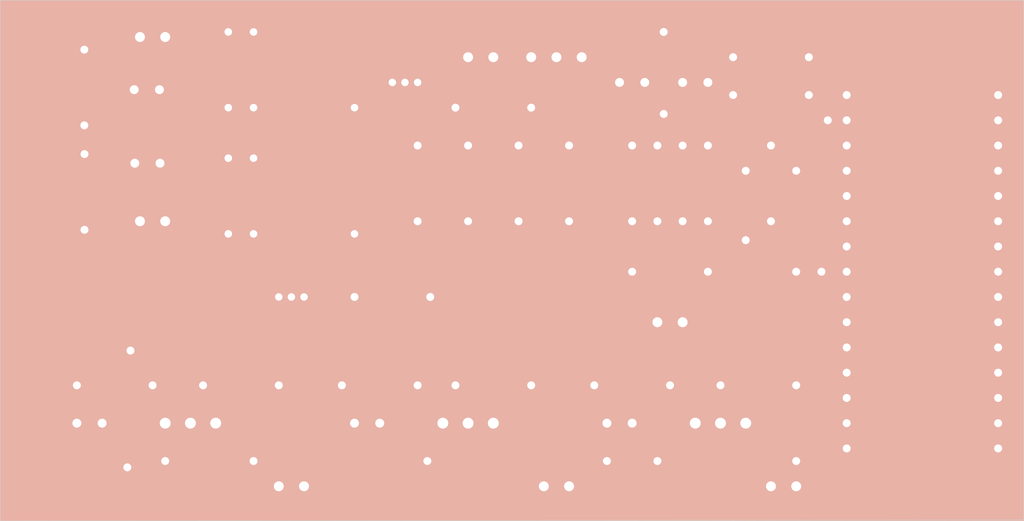
<source format=kicad_pcb>
(kicad_pcb (version 20171130) (host pcbnew "(5.1.5)-3")

  (general
    (thickness 1.6)
    (drawings 13)
    (tracks 315)
    (zones 0)
    (modules 42)
    (nets 54)
  )

  (page A4)
  (layers
    (0 F.Cu signal)
    (31 B.Cu signal)
    (32 B.Adhes user hide)
    (33 F.Adhes user hide)
    (34 B.Paste user hide)
    (35 F.Paste user hide)
    (36 B.SilkS user hide)
    (37 F.SilkS user hide)
    (38 B.Mask user hide)
    (39 F.Mask user hide)
    (40 Dwgs.User user hide)
    (41 Cmts.User user hide)
    (42 Eco1.User user hide)
    (43 Eco2.User user hide)
    (44 Edge.Cuts user)
    (45 Margin user hide)
    (46 B.CrtYd user)
    (47 F.CrtYd user)
    (48 B.Fab user hide)
    (49 F.Fab user)
  )

  (setup
    (last_trace_width 1.25)
    (user_trace_width 0.5)
    (user_trace_width 0.75)
    (user_trace_width 1)
    (user_trace_width 1.25)
    (trace_clearance 0.2)
    (zone_clearance 0.508)
    (zone_45_only no)
    (trace_min 0.2)
    (via_size 0.8)
    (via_drill 0.4)
    (via_min_size 0.4)
    (via_min_drill 0.3)
    (user_via 2 0.8)
    (uvia_size 0.3)
    (uvia_drill 0.1)
    (uvias_allowed no)
    (uvia_min_size 0.2)
    (uvia_min_drill 0.1)
    (edge_width 0.05)
    (segment_width 0.2)
    (pcb_text_width 0.3)
    (pcb_text_size 1.5 1.5)
    (mod_edge_width 0.12)
    (mod_text_size 1 1)
    (mod_text_width 0.15)
    (pad_size 1.524 1.524)
    (pad_drill 0.762)
    (pad_to_mask_clearance 0.051)
    (solder_mask_min_width 0.25)
    (aux_axis_origin 0 0)
    (grid_origin 106.68 52.07)
    (visible_elements 7FFDFF7F)
    (pcbplotparams
      (layerselection 0x010fc_ffffffff)
      (usegerberextensions false)
      (usegerberattributes false)
      (usegerberadvancedattributes false)
      (creategerberjobfile false)
      (excludeedgelayer true)
      (linewidth 0.100000)
      (plotframeref false)
      (viasonmask false)
      (mode 1)
      (useauxorigin false)
      (hpglpennumber 1)
      (hpglpenspeed 20)
      (hpglpendiameter 15.000000)
      (psnegative false)
      (psa4output false)
      (plotreference true)
      (plotvalue true)
      (plotinvisibletext false)
      (padsonsilk false)
      (subtractmaskfromsilk false)
      (outputformat 1)
      (mirror false)
      (drillshape 1)
      (scaleselection 1)
      (outputdirectory ""))
  )

  (net 0 "")
  (net 1 "Net-(A1-Pad1)")
  (net 2 "Net-(A1-Pad17)")
  (net 3 "Net-(A1-Pad2)")
  (net 4 "Net-(A1-Pad18)")
  (net 5 "Net-(A1-Pad3)")
  (net 6 "Net-(A1-Pad19)")
  (net 7 GND)
  (net 8 "Net-(A1-Pad20)")
  (net 9 "Net-(A1-Pad5)")
  (net 10 "Net-(A1-Pad21)")
  (net 11 "Net-(A1-Pad6)")
  (net 12 "Net-(A1-Pad22)")
  (net 13 "Net-(A1-Pad7)")
  (net 14 "Net-(A1-Pad23)")
  (net 15 "Net-(A1-Pad8)")
  (net 16 "Net-(A1-Pad24)")
  (net 17 "Net-(A1-Pad9)")
  (net 18 "Net-(A1-Pad25)")
  (net 19 "Net-(A1-Pad10)")
  (net 20 "Net-(A1-Pad26)")
  (net 21 "Net-(A1-Pad11)")
  (net 22 "Net-(A1-Pad27)")
  (net 23 "Net-(A1-Pad12)")
  (net 24 "Net-(A1-Pad28)")
  (net 25 "Net-(A1-Pad13)")
  (net 26 "Net-(A1-Pad14)")
  (net 27 VCC)
  (net 28 "Net-(A1-Pad15)")
  (net 29 "Net-(A1-Pad16)")
  (net 30 "Net-(J1-Pad2)")
  (net 31 "Net-(J3-Pad1)")
  (net 32 "Net-(J4-Pad2)")
  (net 33 "Net-(J6-Pad1)")
  (net 34 "Net-(K1-Pad1)")
  (net 35 "Net-(J6-Pad2)")
  (net 36 "Net-(D1-Pad2)")
  (net 37 "Net-(D1-Pad1)")
  (net 38 "Net-(D2-Pad2)")
  (net 39 "Net-(D2-Pad1)")
  (net 40 "Net-(D3-Pad1)")
  (net 41 "Net-(D4-Pad1)")
  (net 42 "Net-(D5-Pad1)")
  (net 43 "Net-(D6-Pad1)")
  (net 44 "Net-(D7-Pad1)")
  (net 45 "Net-(Q1-Pad2)")
  (net 46 "Net-(Q2-Pad2)")
  (net 47 "Net-(J7-Pad2)")
  (net 48 "Net-(Q3-Pad1)")
  (net 49 "Net-(J8-Pad2)")
  (net 50 "Net-(Q4-Pad1)")
  (net 51 "Net-(J9-Pad2)")
  (net 52 "Net-(Q5-Pad1)")
  (net 53 "Net-(K2-Pad1)")

  (net_class Default "This is the default net class."
    (clearance 0.2)
    (trace_width 0.25)
    (via_dia 0.8)
    (via_drill 0.4)
    (uvia_dia 0.3)
    (uvia_drill 0.1)
    (add_net GND)
    (add_net "Net-(A1-Pad1)")
    (add_net "Net-(A1-Pad10)")
    (add_net "Net-(A1-Pad11)")
    (add_net "Net-(A1-Pad12)")
    (add_net "Net-(A1-Pad13)")
    (add_net "Net-(A1-Pad14)")
    (add_net "Net-(A1-Pad15)")
    (add_net "Net-(A1-Pad16)")
    (add_net "Net-(A1-Pad17)")
    (add_net "Net-(A1-Pad18)")
    (add_net "Net-(A1-Pad19)")
    (add_net "Net-(A1-Pad2)")
    (add_net "Net-(A1-Pad20)")
    (add_net "Net-(A1-Pad21)")
    (add_net "Net-(A1-Pad22)")
    (add_net "Net-(A1-Pad23)")
    (add_net "Net-(A1-Pad24)")
    (add_net "Net-(A1-Pad25)")
    (add_net "Net-(A1-Pad26)")
    (add_net "Net-(A1-Pad27)")
    (add_net "Net-(A1-Pad28)")
    (add_net "Net-(A1-Pad3)")
    (add_net "Net-(A1-Pad5)")
    (add_net "Net-(A1-Pad6)")
    (add_net "Net-(A1-Pad7)")
    (add_net "Net-(A1-Pad8)")
    (add_net "Net-(A1-Pad9)")
    (add_net "Net-(D1-Pad1)")
    (add_net "Net-(D1-Pad2)")
    (add_net "Net-(D2-Pad1)")
    (add_net "Net-(D2-Pad2)")
    (add_net "Net-(D3-Pad1)")
    (add_net "Net-(D4-Pad1)")
    (add_net "Net-(D5-Pad1)")
    (add_net "Net-(D6-Pad1)")
    (add_net "Net-(D7-Pad1)")
    (add_net "Net-(J1-Pad2)")
    (add_net "Net-(J3-Pad1)")
    (add_net "Net-(J4-Pad2)")
    (add_net "Net-(J6-Pad1)")
    (add_net "Net-(J6-Pad2)")
    (add_net "Net-(J7-Pad2)")
    (add_net "Net-(J8-Pad2)")
    (add_net "Net-(J9-Pad2)")
    (add_net "Net-(K1-Pad1)")
    (add_net "Net-(K2-Pad1)")
    (add_net "Net-(Q1-Pad2)")
    (add_net "Net-(Q2-Pad2)")
    (add_net "Net-(Q3-Pad1)")
    (add_net "Net-(Q4-Pad1)")
    (add_net "Net-(Q5-Pad1)")
    (add_net VCC)
  )

  (module Module:Arduino_Nano (layer F.Cu) (tedit 58ACAF70) (tstamp 5E4E2198)
    (at 127 93.98)
    (descr "Arduino Nano, http://www.mouser.com/pdfdocs/Gravitech_Arduino_Nano3_0.pdf")
    (tags "Arduino Nano")
    (path /5CF0569C)
    (fp_text reference A1 (at 7.62 -5.08) (layer F.SilkS)
      (effects (font (size 1 1) (thickness 0.15)))
    )
    (fp_text value Arduino_Nano_v3.x (at 8.89 19.05 90) (layer F.Fab)
      (effects (font (size 1 1) (thickness 0.15)))
    )
    (fp_line (start 16.75 42.16) (end -1.53 42.16) (layer F.CrtYd) (width 0.05))
    (fp_line (start 16.75 42.16) (end 16.75 -4.06) (layer F.CrtYd) (width 0.05))
    (fp_line (start -1.53 -4.06) (end -1.53 42.16) (layer F.CrtYd) (width 0.05))
    (fp_line (start -1.53 -4.06) (end 16.75 -4.06) (layer F.CrtYd) (width 0.05))
    (fp_line (start 16.51 -3.81) (end 16.51 39.37) (layer F.Fab) (width 0.1))
    (fp_line (start 0 -3.81) (end 16.51 -3.81) (layer F.Fab) (width 0.1))
    (fp_line (start -1.27 -2.54) (end 0 -3.81) (layer F.Fab) (width 0.1))
    (fp_line (start -1.27 39.37) (end -1.27 -2.54) (layer F.Fab) (width 0.1))
    (fp_line (start 16.51 39.37) (end -1.27 39.37) (layer F.Fab) (width 0.1))
    (fp_line (start 16.64 -3.94) (end -1.4 -3.94) (layer F.SilkS) (width 0.12))
    (fp_line (start 16.64 39.5) (end 16.64 -3.94) (layer F.SilkS) (width 0.12))
    (fp_line (start -1.4 39.5) (end 16.64 39.5) (layer F.SilkS) (width 0.12))
    (fp_line (start 3.81 41.91) (end 3.81 31.75) (layer F.Fab) (width 0.1))
    (fp_line (start 11.43 41.91) (end 3.81 41.91) (layer F.Fab) (width 0.1))
    (fp_line (start 11.43 31.75) (end 11.43 41.91) (layer F.Fab) (width 0.1))
    (fp_line (start 3.81 31.75) (end 11.43 31.75) (layer F.Fab) (width 0.1))
    (fp_line (start 1.27 36.83) (end -1.4 36.83) (layer F.SilkS) (width 0.12))
    (fp_line (start 1.27 1.27) (end 1.27 36.83) (layer F.SilkS) (width 0.12))
    (fp_line (start 1.27 1.27) (end -1.4 1.27) (layer F.SilkS) (width 0.12))
    (fp_line (start 13.97 36.83) (end 16.64 36.83) (layer F.SilkS) (width 0.12))
    (fp_line (start 13.97 -1.27) (end 13.97 36.83) (layer F.SilkS) (width 0.12))
    (fp_line (start 13.97 -1.27) (end 16.64 -1.27) (layer F.SilkS) (width 0.12))
    (fp_line (start -1.4 -3.94) (end -1.4 -1.27) (layer F.SilkS) (width 0.12))
    (fp_line (start -1.4 1.27) (end -1.4 39.5) (layer F.SilkS) (width 0.12))
    (fp_line (start 1.27 -1.27) (end -1.4 -1.27) (layer F.SilkS) (width 0.12))
    (fp_line (start 1.27 1.27) (end 1.27 -1.27) (layer F.SilkS) (width 0.12))
    (fp_text user %R (at 6.35 19.05 90) (layer F.Fab)
      (effects (font (size 1 1) (thickness 0.15)))
    )
    (pad 16 thru_hole oval (at 15.24 35.56) (size 1.6 1.6) (drill 0.8) (layers *.Cu *.Mask)
      (net 29 "Net-(A1-Pad16)"))
    (pad 15 thru_hole oval (at 0 35.56) (size 1.6 1.6) (drill 0.8) (layers *.Cu *.Mask)
      (net 28 "Net-(A1-Pad15)"))
    (pad 30 thru_hole oval (at 15.24 0) (size 1.6 1.6) (drill 0.8) (layers *.Cu *.Mask)
      (net 27 VCC))
    (pad 14 thru_hole oval (at 0 33.02) (size 1.6 1.6) (drill 0.8) (layers *.Cu *.Mask)
      (net 26 "Net-(A1-Pad14)"))
    (pad 29 thru_hole oval (at 15.24 2.54) (size 1.6 1.6) (drill 0.8) (layers *.Cu *.Mask)
      (net 7 GND))
    (pad 13 thru_hole oval (at 0 30.48) (size 1.6 1.6) (drill 0.8) (layers *.Cu *.Mask)
      (net 25 "Net-(A1-Pad13)"))
    (pad 28 thru_hole oval (at 15.24 5.08) (size 1.6 1.6) (drill 0.8) (layers *.Cu *.Mask)
      (net 24 "Net-(A1-Pad28)"))
    (pad 12 thru_hole oval (at 0 27.94) (size 1.6 1.6) (drill 0.8) (layers *.Cu *.Mask)
      (net 23 "Net-(A1-Pad12)"))
    (pad 27 thru_hole oval (at 15.24 7.62) (size 1.6 1.6) (drill 0.8) (layers *.Cu *.Mask)
      (net 22 "Net-(A1-Pad27)"))
    (pad 11 thru_hole oval (at 0 25.4) (size 1.6 1.6) (drill 0.8) (layers *.Cu *.Mask)
      (net 21 "Net-(A1-Pad11)"))
    (pad 26 thru_hole oval (at 15.24 10.16) (size 1.6 1.6) (drill 0.8) (layers *.Cu *.Mask)
      (net 20 "Net-(A1-Pad26)"))
    (pad 10 thru_hole oval (at 0 22.86) (size 1.6 1.6) (drill 0.8) (layers *.Cu *.Mask)
      (net 19 "Net-(A1-Pad10)"))
    (pad 25 thru_hole oval (at 15.24 12.7) (size 1.6 1.6) (drill 0.8) (layers *.Cu *.Mask)
      (net 18 "Net-(A1-Pad25)"))
    (pad 9 thru_hole oval (at 0 20.32) (size 1.6 1.6) (drill 0.8) (layers *.Cu *.Mask)
      (net 17 "Net-(A1-Pad9)"))
    (pad 24 thru_hole oval (at 15.24 15.24) (size 1.6 1.6) (drill 0.8) (layers *.Cu *.Mask)
      (net 16 "Net-(A1-Pad24)"))
    (pad 8 thru_hole oval (at 0 17.78) (size 1.6 1.6) (drill 0.8) (layers *.Cu *.Mask)
      (net 15 "Net-(A1-Pad8)"))
    (pad 23 thru_hole oval (at 15.24 17.78) (size 1.6 1.6) (drill 0.8) (layers *.Cu *.Mask)
      (net 14 "Net-(A1-Pad23)"))
    (pad 7 thru_hole oval (at 0 15.24) (size 1.6 1.6) (drill 0.8) (layers *.Cu *.Mask)
      (net 13 "Net-(A1-Pad7)"))
    (pad 22 thru_hole oval (at 15.24 20.32) (size 1.6 1.6) (drill 0.8) (layers *.Cu *.Mask)
      (net 12 "Net-(A1-Pad22)"))
    (pad 6 thru_hole oval (at 0 12.7) (size 1.6 1.6) (drill 0.8) (layers *.Cu *.Mask)
      (net 11 "Net-(A1-Pad6)"))
    (pad 21 thru_hole oval (at 15.24 22.86) (size 1.6 1.6) (drill 0.8) (layers *.Cu *.Mask)
      (net 10 "Net-(A1-Pad21)"))
    (pad 5 thru_hole oval (at 0 10.16) (size 1.6 1.6) (drill 0.8) (layers *.Cu *.Mask)
      (net 9 "Net-(A1-Pad5)"))
    (pad 20 thru_hole oval (at 15.24 25.4) (size 1.6 1.6) (drill 0.8) (layers *.Cu *.Mask)
      (net 8 "Net-(A1-Pad20)"))
    (pad 4 thru_hole oval (at 0 7.62) (size 1.6 1.6) (drill 0.8) (layers *.Cu *.Mask)
      (net 7 GND))
    (pad 19 thru_hole oval (at 15.24 27.94) (size 1.6 1.6) (drill 0.8) (layers *.Cu *.Mask)
      (net 6 "Net-(A1-Pad19)"))
    (pad 3 thru_hole oval (at 0 5.08) (size 1.6 1.6) (drill 0.8) (layers *.Cu *.Mask)
      (net 5 "Net-(A1-Pad3)"))
    (pad 18 thru_hole oval (at 15.24 30.48) (size 1.6 1.6) (drill 0.8) (layers *.Cu *.Mask)
      (net 4 "Net-(A1-Pad18)"))
    (pad 2 thru_hole oval (at 0 2.54) (size 1.6 1.6) (drill 0.8) (layers *.Cu *.Mask)
      (net 3 "Net-(A1-Pad2)"))
    (pad 17 thru_hole oval (at 15.24 33.02) (size 1.6 1.6) (drill 0.8) (layers *.Cu *.Mask)
      (net 2 "Net-(A1-Pad17)"))
    (pad 1 thru_hole rect (at 0 0) (size 1.6 1.6) (drill 0.8) (layers *.Cu *.Mask)
      (net 1 "Net-(A1-Pad1)"))
    (model ${KISYS3DMOD}/Module.3dshapes/Arduino_Nano_WithMountingHoles.wrl
      (at (xyz 0 0 0))
      (scale (xyz 1 1 1))
      (rotate (xyz 0 0 0))
    )
  )

  (module controller:steren-relay (layer F.Cu) (tedit 5E4EEF26) (tstamp 5E4F377E)
    (at 69.85 105.41)
    (path /5E6ADACF)
    (fp_text reference K2 (at 0 0.5) (layer F.SilkS)
      (effects (font (size 1 1) (thickness 0.15)))
    )
    (fp_text value steren-relay (at 0 -0.5) (layer F.Fab)
      (effects (font (size 1 1) (thickness 0.15)))
    )
    (fp_line (start -6.985 4.445) (end 9.525 4.445) (layer F.Fab) (width 0.12))
    (fp_line (start -6.985 -6.985) (end -6.985 4.445) (layer F.Fab) (width 0.12))
    (fp_line (start 9.525 -6.985) (end -6.985 -6.985) (layer F.Fab) (width 0.12))
    (fp_line (start 9.525 4.445) (end 9.525 -6.985) (layer F.Fab) (width 0.12))
    (fp_line (start -6.35 3.81) (end 8.89 3.81) (layer F.CrtYd) (width 0.12))
    (fp_line (start -6.35 -6.35) (end -6.35 3.81) (layer F.CrtYd) (width 0.12))
    (fp_line (start 8.89 -6.35) (end -6.35 -6.35) (layer F.CrtYd) (width 0.12))
    (fp_line (start 8.89 3.81) (end 8.89 -6.35) (layer F.CrtYd) (width 0.12))
    (pad 5 thru_hole circle (at 7.62 2.54) (size 1.524 1.524) (drill 0.762) (layers *.Cu *.Mask)
      (net 7 GND))
    (pad 4 thru_hole circle (at -2.54 2.54) (size 1.524 1.524) (drill 0.762) (layers *.Cu *.Mask)
      (net 7 GND))
    (pad 3 thru_hole circle (at -2.54 -5.08) (size 1.524 1.524) (drill 0.762) (layers *.Cu *.Mask)
      (net 32 "Net-(J4-Pad2)"))
    (pad 2 thru_hole circle (at -5.08 2.54) (size 1.524 1.524) (drill 0.762) (layers *.Cu *.Mask)
      (net 38 "Net-(D2-Pad2)"))
    (pad 1 thru_hole circle (at -5.08 -5.08) (size 1.524 1.524) (drill 0.762) (layers *.Cu *.Mask)
      (net 53 "Net-(K2-Pad1)"))
  )

  (module controller:steren-relay (layer F.Cu) (tedit 5E4EEF26) (tstamp 5E4F376D)
    (at 69.85 92.71)
    (path /5E6AFA4A)
    (fp_text reference K1 (at 0 0.5) (layer F.SilkS)
      (effects (font (size 1 1) (thickness 0.15)))
    )
    (fp_text value steren-relay (at 0 -0.5) (layer F.Fab)
      (effects (font (size 1 1) (thickness 0.15)))
    )
    (fp_line (start -6.985 4.445) (end 9.525 4.445) (layer F.Fab) (width 0.12))
    (fp_line (start -6.985 -6.985) (end -6.985 4.445) (layer F.Fab) (width 0.12))
    (fp_line (start 9.525 -6.985) (end -6.985 -6.985) (layer F.Fab) (width 0.12))
    (fp_line (start 9.525 4.445) (end 9.525 -6.985) (layer F.Fab) (width 0.12))
    (fp_line (start -6.35 3.81) (end 8.89 3.81) (layer F.CrtYd) (width 0.12))
    (fp_line (start -6.35 -6.35) (end -6.35 3.81) (layer F.CrtYd) (width 0.12))
    (fp_line (start 8.89 -6.35) (end -6.35 -6.35) (layer F.CrtYd) (width 0.12))
    (fp_line (start 8.89 3.81) (end 8.89 -6.35) (layer F.CrtYd) (width 0.12))
    (pad 5 thru_hole circle (at 7.62 2.54) (size 1.524 1.524) (drill 0.762) (layers *.Cu *.Mask)
      (net 7 GND))
    (pad 4 thru_hole circle (at -2.54 2.54) (size 1.524 1.524) (drill 0.762) (layers *.Cu *.Mask)
      (net 7 GND))
    (pad 3 thru_hole circle (at -2.54 -5.08) (size 1.524 1.524) (drill 0.762) (layers *.Cu *.Mask)
      (net 30 "Net-(J1-Pad2)"))
    (pad 2 thru_hole circle (at -5.08 2.54) (size 1.524 1.524) (drill 0.762) (layers *.Cu *.Mask)
      (net 36 "Net-(D1-Pad2)"))
    (pad 1 thru_hole circle (at -5.08 -5.08) (size 1.524 1.524) (drill 0.762) (layers *.Cu *.Mask)
      (net 34 "Net-(K1-Pad1)"))
  )

  (module LED_THT:LED_D3.0mm (layer F.Cu) (tedit 587A3A7B) (tstamp 5E4E22CC)
    (at 113.03 92.71 180)
    (descr "LED, diameter 3.0mm, 2 pins")
    (tags "LED diameter 3.0mm 2 pins")
    (path /5E535710)
    (fp_text reference D7 (at 1.27 -2.96) (layer F.SilkS)
      (effects (font (size 1 1) (thickness 0.15)))
    )
    (fp_text value LED (at 1.27 2.96) (layer F.Fab)
      (effects (font (size 1 1) (thickness 0.15)))
    )
    (fp_line (start 3.7 -2.25) (end -1.15 -2.25) (layer F.CrtYd) (width 0.05))
    (fp_line (start 3.7 2.25) (end 3.7 -2.25) (layer F.CrtYd) (width 0.05))
    (fp_line (start -1.15 2.25) (end 3.7 2.25) (layer F.CrtYd) (width 0.05))
    (fp_line (start -1.15 -2.25) (end -1.15 2.25) (layer F.CrtYd) (width 0.05))
    (fp_line (start -0.29 1.08) (end -0.29 1.236) (layer F.SilkS) (width 0.12))
    (fp_line (start -0.29 -1.236) (end -0.29 -1.08) (layer F.SilkS) (width 0.12))
    (fp_line (start -0.23 -1.16619) (end -0.23 1.16619) (layer F.Fab) (width 0.1))
    (fp_circle (center 1.27 0) (end 2.77 0) (layer F.Fab) (width 0.1))
    (fp_arc (start 1.27 0) (end 0.229039 1.08) (angle -87.9) (layer F.SilkS) (width 0.12))
    (fp_arc (start 1.27 0) (end 0.229039 -1.08) (angle 87.9) (layer F.SilkS) (width 0.12))
    (fp_arc (start 1.27 0) (end -0.29 1.235516) (angle -108.8) (layer F.SilkS) (width 0.12))
    (fp_arc (start 1.27 0) (end -0.29 -1.235516) (angle 108.8) (layer F.SilkS) (width 0.12))
    (fp_arc (start 1.27 0) (end -0.23 -1.16619) (angle 284.3) (layer F.Fab) (width 0.1))
    (pad 2 thru_hole circle (at 2.54 0 180) (size 1.8 1.8) (drill 0.9) (layers *.Cu *.Mask)
      (net 3 "Net-(A1-Pad2)"))
    (pad 1 thru_hole rect (at 0 0 180) (size 1.8 1.8) (drill 0.9) (layers *.Cu *.Mask)
      (net 44 "Net-(D7-Pad1)"))
    (model ${KISYS3DMOD}/LED_THT.3dshapes/LED_D3.0mm.wrl
      (at (xyz 0 0 0))
      (scale (xyz 1 1 1))
      (rotate (xyz 0 0 0))
    )
  )

  (module LED_THT:LED_D3.0mm (layer F.Cu) (tedit 587A3A7B) (tstamp 5E4E22A0)
    (at 102.87 127)
    (descr "LED, diameter 3.0mm, 2 pins")
    (tags "LED diameter 3.0mm 2 pins")
    (path /5E5A4927)
    (fp_text reference D6 (at 1.27 -2.96) (layer F.SilkS)
      (effects (font (size 1 1) (thickness 0.15)))
    )
    (fp_text value LED (at 1.27 2.96) (layer F.Fab)
      (effects (font (size 1 1) (thickness 0.15)))
    )
    (fp_line (start 3.7 -2.25) (end -1.15 -2.25) (layer F.CrtYd) (width 0.05))
    (fp_line (start 3.7 2.25) (end 3.7 -2.25) (layer F.CrtYd) (width 0.05))
    (fp_line (start -1.15 2.25) (end 3.7 2.25) (layer F.CrtYd) (width 0.05))
    (fp_line (start -1.15 -2.25) (end -1.15 2.25) (layer F.CrtYd) (width 0.05))
    (fp_line (start -0.29 1.08) (end -0.29 1.236) (layer F.SilkS) (width 0.12))
    (fp_line (start -0.29 -1.236) (end -0.29 -1.08) (layer F.SilkS) (width 0.12))
    (fp_line (start -0.23 -1.16619) (end -0.23 1.16619) (layer F.Fab) (width 0.1))
    (fp_circle (center 1.27 0) (end 2.77 0) (layer F.Fab) (width 0.1))
    (fp_arc (start 1.27 0) (end 0.229039 1.08) (angle -87.9) (layer F.SilkS) (width 0.12))
    (fp_arc (start 1.27 0) (end 0.229039 -1.08) (angle 87.9) (layer F.SilkS) (width 0.12))
    (fp_arc (start 1.27 0) (end -0.29 1.235516) (angle -108.8) (layer F.SilkS) (width 0.12))
    (fp_arc (start 1.27 0) (end -0.29 -1.235516) (angle 108.8) (layer F.SilkS) (width 0.12))
    (fp_arc (start 1.27 0) (end -0.23 -1.16619) (angle 284.3) (layer F.Fab) (width 0.1))
    (pad 2 thru_hole circle (at 2.54 0) (size 1.8 1.8) (drill 0.9) (layers *.Cu *.Mask)
      (net 26 "Net-(A1-Pad14)"))
    (pad 1 thru_hole rect (at 0 0) (size 1.8 1.8) (drill 0.9) (layers *.Cu *.Mask)
      (net 43 "Net-(D6-Pad1)"))
    (model ${KISYS3DMOD}/LED_THT.3dshapes/LED_D3.0mm.wrl
      (at (xyz 0 0 0))
      (scale (xyz 1 1 1))
      (rotate (xyz 0 0 0))
    )
  )

  (module LED_THT:LED_D3.0mm (layer F.Cu) (tedit 587A3A7B) (tstamp 5E4E2274)
    (at 106.68 92.71 180)
    (descr "LED, diameter 3.0mm, 2 pins")
    (tags "LED diameter 3.0mm 2 pins")
    (path /5E53383B)
    (fp_text reference D5 (at 1.27 -2.96) (layer F.SilkS)
      (effects (font (size 1 1) (thickness 0.15)))
    )
    (fp_text value LED (at 1.27 2.96) (layer F.Fab)
      (effects (font (size 1 1) (thickness 0.15)))
    )
    (fp_line (start 3.7 -2.25) (end -1.15 -2.25) (layer F.CrtYd) (width 0.05))
    (fp_line (start 3.7 2.25) (end 3.7 -2.25) (layer F.CrtYd) (width 0.05))
    (fp_line (start -1.15 2.25) (end 3.7 2.25) (layer F.CrtYd) (width 0.05))
    (fp_line (start -1.15 -2.25) (end -1.15 2.25) (layer F.CrtYd) (width 0.05))
    (fp_line (start -0.29 1.08) (end -0.29 1.236) (layer F.SilkS) (width 0.12))
    (fp_line (start -0.29 -1.236) (end -0.29 -1.08) (layer F.SilkS) (width 0.12))
    (fp_line (start -0.23 -1.16619) (end -0.23 1.16619) (layer F.Fab) (width 0.1))
    (fp_circle (center 1.27 0) (end 2.77 0) (layer F.Fab) (width 0.1))
    (fp_arc (start 1.27 0) (end 0.229039 1.08) (angle -87.9) (layer F.SilkS) (width 0.12))
    (fp_arc (start 1.27 0) (end 0.229039 -1.08) (angle 87.9) (layer F.SilkS) (width 0.12))
    (fp_arc (start 1.27 0) (end -0.29 1.235516) (angle -108.8) (layer F.SilkS) (width 0.12))
    (fp_arc (start 1.27 0) (end -0.29 -1.235516) (angle 108.8) (layer F.SilkS) (width 0.12))
    (fp_arc (start 1.27 0) (end -0.23 -1.16619) (angle 284.3) (layer F.Fab) (width 0.1))
    (pad 2 thru_hole circle (at 2.54 0 180) (size 1.8 1.8) (drill 0.9) (layers *.Cu *.Mask)
      (net 1 "Net-(A1-Pad1)"))
    (pad 1 thru_hole rect (at 0 0 180) (size 1.8 1.8) (drill 0.9) (layers *.Cu *.Mask)
      (net 42 "Net-(D5-Pad1)"))
    (model ${KISYS3DMOD}/LED_THT.3dshapes/LED_D3.0mm.wrl
      (at (xyz 0 0 0))
      (scale (xyz 1 1 1))
      (rotate (xyz 0 0 0))
    )
  )

  (module LED_THT:LED_D3.0mm (layer F.Cu) (tedit 587A3A7B) (tstamp 5E4E2248)
    (at 77.47 127)
    (descr "LED, diameter 3.0mm, 2 pins")
    (tags "LED diameter 3.0mm 2 pins")
    (path /5E5A18E2)
    (fp_text reference D4 (at 1.27 -2.96) (layer F.SilkS)
      (effects (font (size 1 1) (thickness 0.15)))
    )
    (fp_text value LED (at 1.27 2.96) (layer F.Fab)
      (effects (font (size 1 1) (thickness 0.15)))
    )
    (fp_line (start 3.7 -2.25) (end -1.15 -2.25) (layer F.CrtYd) (width 0.05))
    (fp_line (start 3.7 2.25) (end 3.7 -2.25) (layer F.CrtYd) (width 0.05))
    (fp_line (start -1.15 2.25) (end 3.7 2.25) (layer F.CrtYd) (width 0.05))
    (fp_line (start -1.15 -2.25) (end -1.15 2.25) (layer F.CrtYd) (width 0.05))
    (fp_line (start -0.29 1.08) (end -0.29 1.236) (layer F.SilkS) (width 0.12))
    (fp_line (start -0.29 -1.236) (end -0.29 -1.08) (layer F.SilkS) (width 0.12))
    (fp_line (start -0.23 -1.16619) (end -0.23 1.16619) (layer F.Fab) (width 0.1))
    (fp_circle (center 1.27 0) (end 2.77 0) (layer F.Fab) (width 0.1))
    (fp_arc (start 1.27 0) (end 0.229039 1.08) (angle -87.9) (layer F.SilkS) (width 0.12))
    (fp_arc (start 1.27 0) (end 0.229039 -1.08) (angle 87.9) (layer F.SilkS) (width 0.12))
    (fp_arc (start 1.27 0) (end -0.29 1.235516) (angle -108.8) (layer F.SilkS) (width 0.12))
    (fp_arc (start 1.27 0) (end -0.29 -1.235516) (angle 108.8) (layer F.SilkS) (width 0.12))
    (fp_arc (start 1.27 0) (end -0.23 -1.16619) (angle 284.3) (layer F.Fab) (width 0.1))
    (pad 2 thru_hole circle (at 2.54 0) (size 1.8 1.8) (drill 0.9) (layers *.Cu *.Mask)
      (net 25 "Net-(A1-Pad13)"))
    (pad 1 thru_hole rect (at 0 0) (size 1.8 1.8) (drill 0.9) (layers *.Cu *.Mask)
      (net 41 "Net-(D4-Pad1)"))
    (model ${KISYS3DMOD}/LED_THT.3dshapes/LED_D3.0mm.wrl
      (at (xyz 0 0 0))
      (scale (xyz 1 1 1))
      (rotate (xyz 0 0 0))
    )
  )

  (module LED_THT:LED_D3.0mm (layer F.Cu) (tedit 587A3A7B) (tstamp 5E4E221C)
    (at 49.53 127)
    (descr "LED, diameter 3.0mm, 2 pins")
    (tags "LED diameter 3.0mm 2 pins")
    (path /5E59E216)
    (fp_text reference D3 (at 1.27 -2.96) (layer F.SilkS)
      (effects (font (size 1 1) (thickness 0.15)))
    )
    (fp_text value LED (at 1.27 2.96) (layer F.Fab)
      (effects (font (size 1 1) (thickness 0.15)))
    )
    (fp_line (start 3.7 -2.25) (end -1.15 -2.25) (layer F.CrtYd) (width 0.05))
    (fp_line (start 3.7 2.25) (end 3.7 -2.25) (layer F.CrtYd) (width 0.05))
    (fp_line (start -1.15 2.25) (end 3.7 2.25) (layer F.CrtYd) (width 0.05))
    (fp_line (start -1.15 -2.25) (end -1.15 2.25) (layer F.CrtYd) (width 0.05))
    (fp_line (start -0.29 1.08) (end -0.29 1.236) (layer F.SilkS) (width 0.12))
    (fp_line (start -0.29 -1.236) (end -0.29 -1.08) (layer F.SilkS) (width 0.12))
    (fp_line (start -0.23 -1.16619) (end -0.23 1.16619) (layer F.Fab) (width 0.1))
    (fp_circle (center 1.27 0) (end 2.77 0) (layer F.Fab) (width 0.1))
    (fp_arc (start 1.27 0) (end 0.229039 1.08) (angle -87.9) (layer F.SilkS) (width 0.12))
    (fp_arc (start 1.27 0) (end 0.229039 -1.08) (angle 87.9) (layer F.SilkS) (width 0.12))
    (fp_arc (start 1.27 0) (end -0.29 1.235516) (angle -108.8) (layer F.SilkS) (width 0.12))
    (fp_arc (start 1.27 0) (end -0.29 -1.235516) (angle 108.8) (layer F.SilkS) (width 0.12))
    (fp_arc (start 1.27 0) (end -0.23 -1.16619) (angle 284.3) (layer F.Fab) (width 0.1))
    (pad 2 thru_hole circle (at 2.54 0) (size 1.8 1.8) (drill 0.9) (layers *.Cu *.Mask)
      (net 23 "Net-(A1-Pad12)"))
    (pad 1 thru_hole rect (at 0 0) (size 1.8 1.8) (drill 0.9) (layers *.Cu *.Mask)
      (net 40 "Net-(D3-Pad1)"))
    (model ${KISYS3DMOD}/LED_THT.3dshapes/LED_D3.0mm.wrl
      (at (xyz 0 0 0))
      (scale (xyz 1 1 1))
      (rotate (xyz 0 0 0))
    )
  )

  (module LED_THT:LED_D3.0mm (layer F.Cu) (tedit 587A3A7B) (tstamp 5E4E21F0)
    (at 55.36 100.84)
    (descr "LED, diameter 3.0mm, 2 pins")
    (tags "LED diameter 3.0mm 2 pins")
    (path /5E58908D)
    (fp_text reference D2 (at 1.27 -2.96) (layer F.SilkS)
      (effects (font (size 1 1) (thickness 0.15)))
    )
    (fp_text value LED (at 1.27 2.96) (layer F.Fab)
      (effects (font (size 1 1) (thickness 0.15)))
    )
    (fp_line (start 3.7 -2.25) (end -1.15 -2.25) (layer F.CrtYd) (width 0.05))
    (fp_line (start 3.7 2.25) (end 3.7 -2.25) (layer F.CrtYd) (width 0.05))
    (fp_line (start -1.15 2.25) (end 3.7 2.25) (layer F.CrtYd) (width 0.05))
    (fp_line (start -1.15 -2.25) (end -1.15 2.25) (layer F.CrtYd) (width 0.05))
    (fp_line (start -0.29 1.08) (end -0.29 1.236) (layer F.SilkS) (width 0.12))
    (fp_line (start -0.29 -1.236) (end -0.29 -1.08) (layer F.SilkS) (width 0.12))
    (fp_line (start -0.23 -1.16619) (end -0.23 1.16619) (layer F.Fab) (width 0.1))
    (fp_circle (center 1.27 0) (end 2.77 0) (layer F.Fab) (width 0.1))
    (fp_arc (start 1.27 0) (end 0.229039 1.08) (angle -87.9) (layer F.SilkS) (width 0.12))
    (fp_arc (start 1.27 0) (end 0.229039 -1.08) (angle 87.9) (layer F.SilkS) (width 0.12))
    (fp_arc (start 1.27 0) (end -0.29 1.235516) (angle -108.8) (layer F.SilkS) (width 0.12))
    (fp_arc (start 1.27 0) (end -0.29 -1.235516) (angle 108.8) (layer F.SilkS) (width 0.12))
    (fp_arc (start 1.27 0) (end -0.23 -1.16619) (angle 284.3) (layer F.Fab) (width 0.1))
    (pad 2 thru_hole circle (at 2.54 0) (size 1.8 1.8) (drill 0.9) (layers *.Cu *.Mask)
      (net 38 "Net-(D2-Pad2)"))
    (pad 1 thru_hole rect (at 0 0) (size 1.8 1.8) (drill 0.9) (layers *.Cu *.Mask)
      (net 39 "Net-(D2-Pad1)"))
    (model ${KISYS3DMOD}/LED_THT.3dshapes/LED_D3.0mm.wrl
      (at (xyz 0 0 0))
      (scale (xyz 1 1 1))
      (rotate (xyz 0 0 0))
    )
  )

  (module LED_THT:LED_D3.0mm (layer F.Cu) (tedit 587A3A7B) (tstamp 5E4E21C4)
    (at 55.3 93.44)
    (descr "LED, diameter 3.0mm, 2 pins")
    (tags "LED diameter 3.0mm 2 pins")
    (path /5E5B974A)
    (fp_text reference D1 (at 1.27 -2.96) (layer F.SilkS)
      (effects (font (size 1 1) (thickness 0.15)))
    )
    (fp_text value LED (at 1.27 2.96) (layer F.Fab)
      (effects (font (size 1 1) (thickness 0.15)))
    )
    (fp_line (start 3.7 -2.25) (end -1.15 -2.25) (layer F.CrtYd) (width 0.05))
    (fp_line (start 3.7 2.25) (end 3.7 -2.25) (layer F.CrtYd) (width 0.05))
    (fp_line (start -1.15 2.25) (end 3.7 2.25) (layer F.CrtYd) (width 0.05))
    (fp_line (start -1.15 -2.25) (end -1.15 2.25) (layer F.CrtYd) (width 0.05))
    (fp_line (start -0.29 1.08) (end -0.29 1.236) (layer F.SilkS) (width 0.12))
    (fp_line (start -0.29 -1.236) (end -0.29 -1.08) (layer F.SilkS) (width 0.12))
    (fp_line (start -0.23 -1.16619) (end -0.23 1.16619) (layer F.Fab) (width 0.1))
    (fp_circle (center 1.27 0) (end 2.77 0) (layer F.Fab) (width 0.1))
    (fp_arc (start 1.27 0) (end 0.229039 1.08) (angle -87.9) (layer F.SilkS) (width 0.12))
    (fp_arc (start 1.27 0) (end 0.229039 -1.08) (angle 87.9) (layer F.SilkS) (width 0.12))
    (fp_arc (start 1.27 0) (end -0.29 1.235516) (angle -108.8) (layer F.SilkS) (width 0.12))
    (fp_arc (start 1.27 0) (end -0.29 -1.235516) (angle 108.8) (layer F.SilkS) (width 0.12))
    (fp_arc (start 1.27 0) (end -0.23 -1.16619) (angle 284.3) (layer F.Fab) (width 0.1))
    (pad 2 thru_hole circle (at 2.54 0) (size 1.8 1.8) (drill 0.9) (layers *.Cu *.Mask)
      (net 36 "Net-(D1-Pad2)"))
    (pad 1 thru_hole rect (at 0 0) (size 1.8 1.8) (drill 0.9) (layers *.Cu *.Mask)
      (net 37 "Net-(D1-Pad1)"))
    (model ${KISYS3DMOD}/LED_THT.3dshapes/LED_D3.0mm.wrl
      (at (xyz 0 0 0))
      (scale (xyz 1 1 1))
      (rotate (xyz 0 0 0))
    )
  )

  (module Package_DIP:DIP-8_W7.62mm_Socket_LongPads (layer F.Cu) (tedit 5A02E8C5) (tstamp 5E4E260D)
    (at 113.03 99.06 270)
    (descr "8-lead though-hole mounted DIP package, row spacing 7.62 mm (300 mils), Socket, LongPads")
    (tags "THT DIP DIL PDIP 2.54mm 7.62mm 300mil Socket LongPads")
    (path /5E4C1BFE)
    (fp_text reference U1 (at 3.81 -2.33 90) (layer F.SilkS)
      (effects (font (size 1 1) (thickness 0.15)))
    )
    (fp_text value MAX485E (at 3.81 9.95 90) (layer F.Fab)
      (effects (font (size 1 1) (thickness 0.15)))
    )
    (fp_text user %R (at 3.81 3.81 270) (layer F.Fab)
      (effects (font (size 1 1) (thickness 0.15)))
    )
    (fp_line (start 9.15 -1.6) (end -1.55 -1.6) (layer F.CrtYd) (width 0.05))
    (fp_line (start 9.15 9.2) (end 9.15 -1.6) (layer F.CrtYd) (width 0.05))
    (fp_line (start -1.55 9.2) (end 9.15 9.2) (layer F.CrtYd) (width 0.05))
    (fp_line (start -1.55 -1.6) (end -1.55 9.2) (layer F.CrtYd) (width 0.05))
    (fp_line (start 9.06 -1.39) (end -1.44 -1.39) (layer F.SilkS) (width 0.12))
    (fp_line (start 9.06 9.01) (end 9.06 -1.39) (layer F.SilkS) (width 0.12))
    (fp_line (start -1.44 9.01) (end 9.06 9.01) (layer F.SilkS) (width 0.12))
    (fp_line (start -1.44 -1.39) (end -1.44 9.01) (layer F.SilkS) (width 0.12))
    (fp_line (start 6.06 -1.33) (end 4.81 -1.33) (layer F.SilkS) (width 0.12))
    (fp_line (start 6.06 8.95) (end 6.06 -1.33) (layer F.SilkS) (width 0.12))
    (fp_line (start 1.56 8.95) (end 6.06 8.95) (layer F.SilkS) (width 0.12))
    (fp_line (start 1.56 -1.33) (end 1.56 8.95) (layer F.SilkS) (width 0.12))
    (fp_line (start 2.81 -1.33) (end 1.56 -1.33) (layer F.SilkS) (width 0.12))
    (fp_line (start 8.89 -1.33) (end -1.27 -1.33) (layer F.Fab) (width 0.1))
    (fp_line (start 8.89 8.95) (end 8.89 -1.33) (layer F.Fab) (width 0.1))
    (fp_line (start -1.27 8.95) (end 8.89 8.95) (layer F.Fab) (width 0.1))
    (fp_line (start -1.27 -1.33) (end -1.27 8.95) (layer F.Fab) (width 0.1))
    (fp_line (start 0.635 -0.27) (end 1.635 -1.27) (layer F.Fab) (width 0.1))
    (fp_line (start 0.635 8.89) (end 0.635 -0.27) (layer F.Fab) (width 0.1))
    (fp_line (start 6.985 8.89) (end 0.635 8.89) (layer F.Fab) (width 0.1))
    (fp_line (start 6.985 -1.27) (end 6.985 8.89) (layer F.Fab) (width 0.1))
    (fp_line (start 1.635 -1.27) (end 6.985 -1.27) (layer F.Fab) (width 0.1))
    (fp_arc (start 3.81 -1.33) (end 2.81 -1.33) (angle -180) (layer F.SilkS) (width 0.12))
    (pad 8 thru_hole oval (at 7.62 0 270) (size 2.4 1.6) (drill 0.8) (layers *.Cu *.Mask)
      (net 27 VCC))
    (pad 4 thru_hole oval (at 0 7.62 270) (size 2.4 1.6) (drill 0.8) (layers *.Cu *.Mask)
      (net 1 "Net-(A1-Pad1)"))
    (pad 7 thru_hole oval (at 7.62 2.54 270) (size 2.4 1.6) (drill 0.8) (layers *.Cu *.Mask)
      (net 35 "Net-(J6-Pad2)"))
    (pad 3 thru_hole oval (at 0 5.08 270) (size 2.4 1.6) (drill 0.8) (layers *.Cu *.Mask)
      (net 9 "Net-(A1-Pad5)"))
    (pad 6 thru_hole oval (at 7.62 5.08 270) (size 2.4 1.6) (drill 0.8) (layers *.Cu *.Mask)
      (net 33 "Net-(J6-Pad1)"))
    (pad 2 thru_hole oval (at 0 2.54 270) (size 2.4 1.6) (drill 0.8) (layers *.Cu *.Mask)
      (net 9 "Net-(A1-Pad5)"))
    (pad 5 thru_hole oval (at 7.62 7.62 270) (size 2.4 1.6) (drill 0.8) (layers *.Cu *.Mask)
      (net 7 GND))
    (pad 1 thru_hole rect (at 0 0 270) (size 2.4 1.6) (drill 0.8) (layers *.Cu *.Mask)
      (net 3 "Net-(A1-Pad2)"))
    (model ${KISYS3DMOD}/Package_DIP.3dshapes/DIP-8_W7.62mm_Socket.wrl
      (at (xyz 0 0 0))
      (scale (xyz 1 1 1))
      (rotate (xyz 0 0 0))
    )
  )

  (module Resistor_THT:R_Axial_DIN0207_L6.3mm_D2.5mm_P7.62mm_Horizontal (layer F.Cu) (tedit 5AE5139B) (tstamp 5E4E25E9)
    (at 119.38 99.06 270)
    (descr "Resistor, Axial_DIN0207 series, Axial, Horizontal, pin pitch=7.62mm, 0.25W = 1/4W, length*diameter=6.3*2.5mm^2, http://cdn-reichelt.de/documents/datenblatt/B400/1_4W%23YAG.pdf")
    (tags "Resistor Axial_DIN0207 series Axial Horizontal pin pitch 7.62mm 0.25W = 1/4W length 6.3mm diameter 2.5mm")
    (path /5E532F80)
    (fp_text reference R18 (at 3.81 -2.37 90) (layer F.SilkS)
      (effects (font (size 1 1) (thickness 0.15)))
    )
    (fp_text value 1K (at 3.81 2.37 90) (layer F.Fab)
      (effects (font (size 1 1) (thickness 0.15)))
    )
    (fp_text user %R (at 3.81 0 90) (layer F.Fab)
      (effects (font (size 1 1) (thickness 0.15)))
    )
    (fp_line (start 8.67 -1.5) (end -1.05 -1.5) (layer F.CrtYd) (width 0.05))
    (fp_line (start 8.67 1.5) (end 8.67 -1.5) (layer F.CrtYd) (width 0.05))
    (fp_line (start -1.05 1.5) (end 8.67 1.5) (layer F.CrtYd) (width 0.05))
    (fp_line (start -1.05 -1.5) (end -1.05 1.5) (layer F.CrtYd) (width 0.05))
    (fp_line (start 7.08 1.37) (end 7.08 1.04) (layer F.SilkS) (width 0.12))
    (fp_line (start 0.54 1.37) (end 7.08 1.37) (layer F.SilkS) (width 0.12))
    (fp_line (start 0.54 1.04) (end 0.54 1.37) (layer F.SilkS) (width 0.12))
    (fp_line (start 7.08 -1.37) (end 7.08 -1.04) (layer F.SilkS) (width 0.12))
    (fp_line (start 0.54 -1.37) (end 7.08 -1.37) (layer F.SilkS) (width 0.12))
    (fp_line (start 0.54 -1.04) (end 0.54 -1.37) (layer F.SilkS) (width 0.12))
    (fp_line (start 7.62 0) (end 6.96 0) (layer F.Fab) (width 0.1))
    (fp_line (start 0 0) (end 0.66 0) (layer F.Fab) (width 0.1))
    (fp_line (start 6.96 -1.25) (end 0.66 -1.25) (layer F.Fab) (width 0.1))
    (fp_line (start 6.96 1.25) (end 6.96 -1.25) (layer F.Fab) (width 0.1))
    (fp_line (start 0.66 1.25) (end 6.96 1.25) (layer F.Fab) (width 0.1))
    (fp_line (start 0.66 -1.25) (end 0.66 1.25) (layer F.Fab) (width 0.1))
    (pad 2 thru_hole oval (at 7.62 0 270) (size 1.6 1.6) (drill 0.8) (layers *.Cu *.Mask)
      (net 7 GND))
    (pad 1 thru_hole circle (at 0 0 270) (size 1.6 1.6) (drill 0.8) (layers *.Cu *.Mask)
      (net 44 "Net-(D7-Pad1)"))
    (model ${KISYS3DMOD}/Resistor_THT.3dshapes/R_Axial_DIN0207_L6.3mm_D2.5mm_P7.62mm_Horizontal.wrl
      (at (xyz 0 0 0))
      (scale (xyz 1 1 1))
      (rotate (xyz 0 0 0))
    )
  )

  (module Resistor_THT:R_Axial_DIN0207_L6.3mm_D2.5mm_P7.62mm_Horizontal (layer F.Cu) (tedit 5AE5139B) (tstamp 5E4E25D2)
    (at 101.6 123.19)
    (descr "Resistor, Axial_DIN0207 series, Axial, Horizontal, pin pitch=7.62mm, 0.25W = 1/4W, length*diameter=6.3*2.5mm^2, http://cdn-reichelt.de/documents/datenblatt/B400/1_4W%23YAG.pdf")
    (tags "Resistor Axial_DIN0207 series Axial Horizontal pin pitch 7.62mm 0.25W = 1/4W length 6.3mm diameter 2.5mm")
    (path /5E5A492D)
    (fp_text reference R17 (at 3.81 -2.37) (layer F.SilkS)
      (effects (font (size 1 1) (thickness 0.15)))
    )
    (fp_text value 1K (at 3.81 2.37) (layer F.Fab)
      (effects (font (size 1 1) (thickness 0.15)))
    )
    (fp_text user %R (at 3.81 0) (layer F.Fab)
      (effects (font (size 1 1) (thickness 0.15)))
    )
    (fp_line (start 8.67 -1.5) (end -1.05 -1.5) (layer F.CrtYd) (width 0.05))
    (fp_line (start 8.67 1.5) (end 8.67 -1.5) (layer F.CrtYd) (width 0.05))
    (fp_line (start -1.05 1.5) (end 8.67 1.5) (layer F.CrtYd) (width 0.05))
    (fp_line (start -1.05 -1.5) (end -1.05 1.5) (layer F.CrtYd) (width 0.05))
    (fp_line (start 7.08 1.37) (end 7.08 1.04) (layer F.SilkS) (width 0.12))
    (fp_line (start 0.54 1.37) (end 7.08 1.37) (layer F.SilkS) (width 0.12))
    (fp_line (start 0.54 1.04) (end 0.54 1.37) (layer F.SilkS) (width 0.12))
    (fp_line (start 7.08 -1.37) (end 7.08 -1.04) (layer F.SilkS) (width 0.12))
    (fp_line (start 0.54 -1.37) (end 7.08 -1.37) (layer F.SilkS) (width 0.12))
    (fp_line (start 0.54 -1.04) (end 0.54 -1.37) (layer F.SilkS) (width 0.12))
    (fp_line (start 7.62 0) (end 6.96 0) (layer F.Fab) (width 0.1))
    (fp_line (start 0 0) (end 0.66 0) (layer F.Fab) (width 0.1))
    (fp_line (start 6.96 -1.25) (end 0.66 -1.25) (layer F.Fab) (width 0.1))
    (fp_line (start 6.96 1.25) (end 6.96 -1.25) (layer F.Fab) (width 0.1))
    (fp_line (start 0.66 1.25) (end 6.96 1.25) (layer F.Fab) (width 0.1))
    (fp_line (start 0.66 -1.25) (end 0.66 1.25) (layer F.Fab) (width 0.1))
    (pad 2 thru_hole oval (at 7.62 0) (size 1.6 1.6) (drill 0.8) (layers *.Cu *.Mask)
      (net 7 GND))
    (pad 1 thru_hole circle (at 0 0) (size 1.6 1.6) (drill 0.8) (layers *.Cu *.Mask)
      (net 43 "Net-(D6-Pad1)"))
    (model ${KISYS3DMOD}/Resistor_THT.3dshapes/R_Axial_DIN0207_L6.3mm_D2.5mm_P7.62mm_Horizontal.wrl
      (at (xyz 0 0 0))
      (scale (xyz 1 1 1))
      (rotate (xyz 0 0 0))
    )
  )

  (module Resistor_THT:R_Axial_DIN0207_L6.3mm_D2.5mm_P7.62mm_Horizontal (layer F.Cu) (tedit 5AE5139B) (tstamp 5E4E25BB)
    (at 99.06 99.06 270)
    (descr "Resistor, Axial_DIN0207 series, Axial, Horizontal, pin pitch=7.62mm, 0.25W = 1/4W, length*diameter=6.3*2.5mm^2, http://cdn-reichelt.de/documents/datenblatt/B400/1_4W%23YAG.pdf")
    (tags "Resistor Axial_DIN0207 series Axial Horizontal pin pitch 7.62mm 0.25W = 1/4W length 6.3mm diameter 2.5mm")
    (path /5E5326F9)
    (fp_text reference R16 (at 3.81 -2.37 90) (layer F.SilkS)
      (effects (font (size 1 1) (thickness 0.15)))
    )
    (fp_text value 1K (at 3.81 2.37 90) (layer F.Fab)
      (effects (font (size 1 1) (thickness 0.15)))
    )
    (fp_text user %R (at 3.81 0 90) (layer F.Fab)
      (effects (font (size 1 1) (thickness 0.15)))
    )
    (fp_line (start 8.67 -1.5) (end -1.05 -1.5) (layer F.CrtYd) (width 0.05))
    (fp_line (start 8.67 1.5) (end 8.67 -1.5) (layer F.CrtYd) (width 0.05))
    (fp_line (start -1.05 1.5) (end 8.67 1.5) (layer F.CrtYd) (width 0.05))
    (fp_line (start -1.05 -1.5) (end -1.05 1.5) (layer F.CrtYd) (width 0.05))
    (fp_line (start 7.08 1.37) (end 7.08 1.04) (layer F.SilkS) (width 0.12))
    (fp_line (start 0.54 1.37) (end 7.08 1.37) (layer F.SilkS) (width 0.12))
    (fp_line (start 0.54 1.04) (end 0.54 1.37) (layer F.SilkS) (width 0.12))
    (fp_line (start 7.08 -1.37) (end 7.08 -1.04) (layer F.SilkS) (width 0.12))
    (fp_line (start 0.54 -1.37) (end 7.08 -1.37) (layer F.SilkS) (width 0.12))
    (fp_line (start 0.54 -1.04) (end 0.54 -1.37) (layer F.SilkS) (width 0.12))
    (fp_line (start 7.62 0) (end 6.96 0) (layer F.Fab) (width 0.1))
    (fp_line (start 0 0) (end 0.66 0) (layer F.Fab) (width 0.1))
    (fp_line (start 6.96 -1.25) (end 0.66 -1.25) (layer F.Fab) (width 0.1))
    (fp_line (start 6.96 1.25) (end 6.96 -1.25) (layer F.Fab) (width 0.1))
    (fp_line (start 0.66 1.25) (end 6.96 1.25) (layer F.Fab) (width 0.1))
    (fp_line (start 0.66 -1.25) (end 0.66 1.25) (layer F.Fab) (width 0.1))
    (pad 2 thru_hole oval (at 7.62 0 270) (size 1.6 1.6) (drill 0.8) (layers *.Cu *.Mask)
      (net 7 GND))
    (pad 1 thru_hole circle (at 0 0 270) (size 1.6 1.6) (drill 0.8) (layers *.Cu *.Mask)
      (net 42 "Net-(D5-Pad1)"))
    (model ${KISYS3DMOD}/Resistor_THT.3dshapes/R_Axial_DIN0207_L6.3mm_D2.5mm_P7.62mm_Horizontal.wrl
      (at (xyz 0 0 0))
      (scale (xyz 1 1 1))
      (rotate (xyz 0 0 0))
    )
  )

  (module Resistor_THT:R_Axial_DIN0207_L6.3mm_D2.5mm_P7.62mm_Horizontal (layer F.Cu) (tedit 5AE5139B) (tstamp 5E4E25A4)
    (at 76.2 123.19)
    (descr "Resistor, Axial_DIN0207 series, Axial, Horizontal, pin pitch=7.62mm, 0.25W = 1/4W, length*diameter=6.3*2.5mm^2, http://cdn-reichelt.de/documents/datenblatt/B400/1_4W%23YAG.pdf")
    (tags "Resistor Axial_DIN0207 series Axial Horizontal pin pitch 7.62mm 0.25W = 1/4W length 6.3mm diameter 2.5mm")
    (path /5E5A18E8)
    (fp_text reference R15 (at 3.81 -2.37) (layer F.SilkS)
      (effects (font (size 1 1) (thickness 0.15)))
    )
    (fp_text value 1K (at 3.81 2.37) (layer F.Fab)
      (effects (font (size 1 1) (thickness 0.15)))
    )
    (fp_text user %R (at 3.81 0) (layer F.Fab)
      (effects (font (size 1 1) (thickness 0.15)))
    )
    (fp_line (start 8.67 -1.5) (end -1.05 -1.5) (layer F.CrtYd) (width 0.05))
    (fp_line (start 8.67 1.5) (end 8.67 -1.5) (layer F.CrtYd) (width 0.05))
    (fp_line (start -1.05 1.5) (end 8.67 1.5) (layer F.CrtYd) (width 0.05))
    (fp_line (start -1.05 -1.5) (end -1.05 1.5) (layer F.CrtYd) (width 0.05))
    (fp_line (start 7.08 1.37) (end 7.08 1.04) (layer F.SilkS) (width 0.12))
    (fp_line (start 0.54 1.37) (end 7.08 1.37) (layer F.SilkS) (width 0.12))
    (fp_line (start 0.54 1.04) (end 0.54 1.37) (layer F.SilkS) (width 0.12))
    (fp_line (start 7.08 -1.37) (end 7.08 -1.04) (layer F.SilkS) (width 0.12))
    (fp_line (start 0.54 -1.37) (end 7.08 -1.37) (layer F.SilkS) (width 0.12))
    (fp_line (start 0.54 -1.04) (end 0.54 -1.37) (layer F.SilkS) (width 0.12))
    (fp_line (start 7.62 0) (end 6.96 0) (layer F.Fab) (width 0.1))
    (fp_line (start 0 0) (end 0.66 0) (layer F.Fab) (width 0.1))
    (fp_line (start 6.96 -1.25) (end 0.66 -1.25) (layer F.Fab) (width 0.1))
    (fp_line (start 6.96 1.25) (end 6.96 -1.25) (layer F.Fab) (width 0.1))
    (fp_line (start 0.66 1.25) (end 6.96 1.25) (layer F.Fab) (width 0.1))
    (fp_line (start 0.66 -1.25) (end 0.66 1.25) (layer F.Fab) (width 0.1))
    (pad 2 thru_hole oval (at 7.62 0) (size 1.6 1.6) (drill 0.8) (layers *.Cu *.Mask)
      (net 7 GND))
    (pad 1 thru_hole circle (at 0 0) (size 1.6 1.6) (drill 0.8) (layers *.Cu *.Mask)
      (net 41 "Net-(D4-Pad1)"))
    (model ${KISYS3DMOD}/Resistor_THT.3dshapes/R_Axial_DIN0207_L6.3mm_D2.5mm_P7.62mm_Horizontal.wrl
      (at (xyz 0 0 0))
      (scale (xyz 1 1 1))
      (rotate (xyz 0 0 0))
    )
  )

  (module Resistor_THT:R_Axial_DIN0207_L6.3mm_D2.5mm_P7.62mm_Horizontal (layer F.Cu) (tedit 5AE5139B) (tstamp 5E4E258D)
    (at 85.09 114.3 180)
    (descr "Resistor, Axial_DIN0207 series, Axial, Horizontal, pin pitch=7.62mm, 0.25W = 1/4W, length*diameter=6.3*2.5mm^2, http://cdn-reichelt.de/documents/datenblatt/B400/1_4W%23YAG.pdf")
    (tags "Resistor Axial_DIN0207 series Axial Horizontal pin pitch 7.62mm 0.25W = 1/4W length 6.3mm diameter 2.5mm")
    (path /5E5958D7)
    (fp_text reference R14 (at 3.81 -2.37) (layer F.SilkS)
      (effects (font (size 1 1) (thickness 0.15)))
    )
    (fp_text value 1K (at 3.81 2.37) (layer F.Fab)
      (effects (font (size 1 1) (thickness 0.15)))
    )
    (fp_text user %R (at 3.81 0) (layer F.Fab)
      (effects (font (size 1 1) (thickness 0.15)))
    )
    (fp_line (start 8.67 -1.5) (end -1.05 -1.5) (layer F.CrtYd) (width 0.05))
    (fp_line (start 8.67 1.5) (end 8.67 -1.5) (layer F.CrtYd) (width 0.05))
    (fp_line (start -1.05 1.5) (end 8.67 1.5) (layer F.CrtYd) (width 0.05))
    (fp_line (start -1.05 -1.5) (end -1.05 1.5) (layer F.CrtYd) (width 0.05))
    (fp_line (start 7.08 1.37) (end 7.08 1.04) (layer F.SilkS) (width 0.12))
    (fp_line (start 0.54 1.37) (end 7.08 1.37) (layer F.SilkS) (width 0.12))
    (fp_line (start 0.54 1.04) (end 0.54 1.37) (layer F.SilkS) (width 0.12))
    (fp_line (start 7.08 -1.37) (end 7.08 -1.04) (layer F.SilkS) (width 0.12))
    (fp_line (start 0.54 -1.37) (end 7.08 -1.37) (layer F.SilkS) (width 0.12))
    (fp_line (start 0.54 -1.04) (end 0.54 -1.37) (layer F.SilkS) (width 0.12))
    (fp_line (start 7.62 0) (end 6.96 0) (layer F.Fab) (width 0.1))
    (fp_line (start 0 0) (end 0.66 0) (layer F.Fab) (width 0.1))
    (fp_line (start 6.96 -1.25) (end 0.66 -1.25) (layer F.Fab) (width 0.1))
    (fp_line (start 6.96 1.25) (end 6.96 -1.25) (layer F.Fab) (width 0.1))
    (fp_line (start 0.66 1.25) (end 6.96 1.25) (layer F.Fab) (width 0.1))
    (fp_line (start 0.66 -1.25) (end 0.66 1.25) (layer F.Fab) (width 0.1))
    (pad 2 thru_hole oval (at 7.62 0 180) (size 1.6 1.6) (drill 0.8) (layers *.Cu *.Mask)
      (net 46 "Net-(Q2-Pad2)"))
    (pad 1 thru_hole circle (at 0 0 180) (size 1.6 1.6) (drill 0.8) (layers *.Cu *.Mask)
      (net 21 "Net-(A1-Pad11)"))
    (model ${KISYS3DMOD}/Resistor_THT.3dshapes/R_Axial_DIN0207_L6.3mm_D2.5mm_P7.62mm_Horizontal.wrl
      (at (xyz 0 0 0))
      (scale (xyz 1 1 1))
      (rotate (xyz 0 0 0))
    )
  )

  (module Resistor_THT:R_Axial_DIN0207_L6.3mm_D2.5mm_P7.62mm_Horizontal (layer F.Cu) (tedit 5AE5139B) (tstamp 5E4E2576)
    (at 49.53 123.19)
    (descr "Resistor, Axial_DIN0207 series, Axial, Horizontal, pin pitch=7.62mm, 0.25W = 1/4W, length*diameter=6.3*2.5mm^2, http://cdn-reichelt.de/documents/datenblatt/B400/1_4W%23YAG.pdf")
    (tags "Resistor Axial_DIN0207 series Axial Horizontal pin pitch 7.62mm 0.25W = 1/4W length 6.3mm diameter 2.5mm")
    (path /5E59E21C)
    (fp_text reference R13 (at 3.81 -2.37) (layer F.SilkS)
      (effects (font (size 1 1) (thickness 0.15)))
    )
    (fp_text value 1K (at 3.81 2.37) (layer F.Fab)
      (effects (font (size 1 1) (thickness 0.15)))
    )
    (fp_text user %R (at 3.81 0) (layer F.Fab)
      (effects (font (size 1 1) (thickness 0.15)))
    )
    (fp_line (start 8.67 -1.5) (end -1.05 -1.5) (layer F.CrtYd) (width 0.05))
    (fp_line (start 8.67 1.5) (end 8.67 -1.5) (layer F.CrtYd) (width 0.05))
    (fp_line (start -1.05 1.5) (end 8.67 1.5) (layer F.CrtYd) (width 0.05))
    (fp_line (start -1.05 -1.5) (end -1.05 1.5) (layer F.CrtYd) (width 0.05))
    (fp_line (start 7.08 1.37) (end 7.08 1.04) (layer F.SilkS) (width 0.12))
    (fp_line (start 0.54 1.37) (end 7.08 1.37) (layer F.SilkS) (width 0.12))
    (fp_line (start 0.54 1.04) (end 0.54 1.37) (layer F.SilkS) (width 0.12))
    (fp_line (start 7.08 -1.37) (end 7.08 -1.04) (layer F.SilkS) (width 0.12))
    (fp_line (start 0.54 -1.37) (end 7.08 -1.37) (layer F.SilkS) (width 0.12))
    (fp_line (start 0.54 -1.04) (end 0.54 -1.37) (layer F.SilkS) (width 0.12))
    (fp_line (start 7.62 0) (end 6.96 0) (layer F.Fab) (width 0.1))
    (fp_line (start 0 0) (end 0.66 0) (layer F.Fab) (width 0.1))
    (fp_line (start 6.96 -1.25) (end 0.66 -1.25) (layer F.Fab) (width 0.1))
    (fp_line (start 6.96 1.25) (end 6.96 -1.25) (layer F.Fab) (width 0.1))
    (fp_line (start 0.66 1.25) (end 6.96 1.25) (layer F.Fab) (width 0.1))
    (fp_line (start 0.66 -1.25) (end 0.66 1.25) (layer F.Fab) (width 0.1))
    (pad 2 thru_hole oval (at 7.62 0) (size 1.6 1.6) (drill 0.8) (layers *.Cu *.Mask)
      (net 7 GND))
    (pad 1 thru_hole circle (at 0 0) (size 1.6 1.6) (drill 0.8) (layers *.Cu *.Mask)
      (net 40 "Net-(D3-Pad1)"))
    (model ${KISYS3DMOD}/Resistor_THT.3dshapes/R_Axial_DIN0207_L6.3mm_D2.5mm_P7.62mm_Horizontal.wrl
      (at (xyz 0 0 0))
      (scale (xyz 1 1 1))
      (rotate (xyz 0 0 0))
    )
  )

  (module Resistor_THT:R_Axial_DIN0207_L6.3mm_D2.5mm_P7.62mm_Horizontal (layer F.Cu) (tedit 5AE5139B) (tstamp 5E4E255F)
    (at 50.3 107.54 90)
    (descr "Resistor, Axial_DIN0207 series, Axial, Horizontal, pin pitch=7.62mm, 0.25W = 1/4W, length*diameter=6.3*2.5mm^2, http://cdn-reichelt.de/documents/datenblatt/B400/1_4W%23YAG.pdf")
    (tags "Resistor Axial_DIN0207 series Axial Horizontal pin pitch 7.62mm 0.25W = 1/4W length 6.3mm diameter 2.5mm")
    (path /5E589087)
    (fp_text reference R12 (at 3.81 -2.37 90) (layer F.SilkS)
      (effects (font (size 1 1) (thickness 0.15)))
    )
    (fp_text value 1K (at 3.81 2.37 90) (layer F.Fab)
      (effects (font (size 1 1) (thickness 0.15)))
    )
    (fp_text user %R (at 3.81 0 90) (layer F.Fab)
      (effects (font (size 1 1) (thickness 0.15)))
    )
    (fp_line (start 8.67 -1.5) (end -1.05 -1.5) (layer F.CrtYd) (width 0.05))
    (fp_line (start 8.67 1.5) (end 8.67 -1.5) (layer F.CrtYd) (width 0.05))
    (fp_line (start -1.05 1.5) (end 8.67 1.5) (layer F.CrtYd) (width 0.05))
    (fp_line (start -1.05 -1.5) (end -1.05 1.5) (layer F.CrtYd) (width 0.05))
    (fp_line (start 7.08 1.37) (end 7.08 1.04) (layer F.SilkS) (width 0.12))
    (fp_line (start 0.54 1.37) (end 7.08 1.37) (layer F.SilkS) (width 0.12))
    (fp_line (start 0.54 1.04) (end 0.54 1.37) (layer F.SilkS) (width 0.12))
    (fp_line (start 7.08 -1.37) (end 7.08 -1.04) (layer F.SilkS) (width 0.12))
    (fp_line (start 0.54 -1.37) (end 7.08 -1.37) (layer F.SilkS) (width 0.12))
    (fp_line (start 0.54 -1.04) (end 0.54 -1.37) (layer F.SilkS) (width 0.12))
    (fp_line (start 7.62 0) (end 6.96 0) (layer F.Fab) (width 0.1))
    (fp_line (start 0 0) (end 0.66 0) (layer F.Fab) (width 0.1))
    (fp_line (start 6.96 -1.25) (end 0.66 -1.25) (layer F.Fab) (width 0.1))
    (fp_line (start 6.96 1.25) (end 6.96 -1.25) (layer F.Fab) (width 0.1))
    (fp_line (start 0.66 1.25) (end 6.96 1.25) (layer F.Fab) (width 0.1))
    (fp_line (start 0.66 -1.25) (end 0.66 1.25) (layer F.Fab) (width 0.1))
    (pad 2 thru_hole oval (at 7.62 0 90) (size 1.6 1.6) (drill 0.8) (layers *.Cu *.Mask)
      (net 7 GND))
    (pad 1 thru_hole circle (at 0 0 90) (size 1.6 1.6) (drill 0.8) (layers *.Cu *.Mask)
      (net 39 "Net-(D2-Pad1)"))
    (model ${KISYS3DMOD}/Resistor_THT.3dshapes/R_Axial_DIN0207_L6.3mm_D2.5mm_P7.62mm_Horizontal.wrl
      (at (xyz 0 0 0))
      (scale (xyz 1 1 1))
      (rotate (xyz 0 0 0))
    )
  )

  (module Resistor_THT:R_Axial_DIN0207_L6.3mm_D2.5mm_P7.62mm_Horizontal (layer F.Cu) (tedit 5AE5139B) (tstamp 5E4E2548)
    (at 50.28 89.41 270)
    (descr "Resistor, Axial_DIN0207 series, Axial, Horizontal, pin pitch=7.62mm, 0.25W = 1/4W, length*diameter=6.3*2.5mm^2, http://cdn-reichelt.de/documents/datenblatt/B400/1_4W%23YAG.pdf")
    (tags "Resistor Axial_DIN0207 series Axial Horizontal pin pitch 7.62mm 0.25W = 1/4W length 6.3mm diameter 2.5mm")
    (path /5E5B9750)
    (fp_text reference R11 (at 3.81 -2.37 90) (layer F.SilkS)
      (effects (font (size 1 1) (thickness 0.15)))
    )
    (fp_text value 1K (at 3.81 2.37 90) (layer F.Fab)
      (effects (font (size 1 1) (thickness 0.15)))
    )
    (fp_text user %R (at 3.81 0 90) (layer F.Fab)
      (effects (font (size 1 1) (thickness 0.15)))
    )
    (fp_line (start 8.67 -1.5) (end -1.05 -1.5) (layer F.CrtYd) (width 0.05))
    (fp_line (start 8.67 1.5) (end 8.67 -1.5) (layer F.CrtYd) (width 0.05))
    (fp_line (start -1.05 1.5) (end 8.67 1.5) (layer F.CrtYd) (width 0.05))
    (fp_line (start -1.05 -1.5) (end -1.05 1.5) (layer F.CrtYd) (width 0.05))
    (fp_line (start 7.08 1.37) (end 7.08 1.04) (layer F.SilkS) (width 0.12))
    (fp_line (start 0.54 1.37) (end 7.08 1.37) (layer F.SilkS) (width 0.12))
    (fp_line (start 0.54 1.04) (end 0.54 1.37) (layer F.SilkS) (width 0.12))
    (fp_line (start 7.08 -1.37) (end 7.08 -1.04) (layer F.SilkS) (width 0.12))
    (fp_line (start 0.54 -1.37) (end 7.08 -1.37) (layer F.SilkS) (width 0.12))
    (fp_line (start 0.54 -1.04) (end 0.54 -1.37) (layer F.SilkS) (width 0.12))
    (fp_line (start 7.62 0) (end 6.96 0) (layer F.Fab) (width 0.1))
    (fp_line (start 0 0) (end 0.66 0) (layer F.Fab) (width 0.1))
    (fp_line (start 6.96 -1.25) (end 0.66 -1.25) (layer F.Fab) (width 0.1))
    (fp_line (start 6.96 1.25) (end 6.96 -1.25) (layer F.Fab) (width 0.1))
    (fp_line (start 0.66 1.25) (end 6.96 1.25) (layer F.Fab) (width 0.1))
    (fp_line (start 0.66 -1.25) (end 0.66 1.25) (layer F.Fab) (width 0.1))
    (pad 2 thru_hole oval (at 7.62 0 270) (size 1.6 1.6) (drill 0.8) (layers *.Cu *.Mask)
      (net 7 GND))
    (pad 1 thru_hole circle (at 0 0 270) (size 1.6 1.6) (drill 0.8) (layers *.Cu *.Mask)
      (net 37 "Net-(D1-Pad1)"))
    (model ${KISYS3DMOD}/Resistor_THT.3dshapes/R_Axial_DIN0207_L6.3mm_D2.5mm_P7.62mm_Horizontal.wrl
      (at (xyz 0 0 0))
      (scale (xyz 1 1 1))
      (rotate (xyz 0 0 0))
    )
  )

  (module Resistor_THT:R_Axial_DIN0207_L6.3mm_D2.5mm_P7.62mm_Horizontal (layer F.Cu) (tedit 5AE5139B) (tstamp 5E4E2531)
    (at 95.25 95.25 180)
    (descr "Resistor, Axial_DIN0207 series, Axial, Horizontal, pin pitch=7.62mm, 0.25W = 1/4W, length*diameter=6.3*2.5mm^2, http://cdn-reichelt.de/documents/datenblatt/B400/1_4W%23YAG.pdf")
    (tags "Resistor Axial_DIN0207 series Axial Horizontal pin pitch 7.62mm 0.25W = 1/4W length 6.3mm diameter 2.5mm")
    (path /5E5E3A1B)
    (fp_text reference R10 (at 3.81 -2.37) (layer F.SilkS)
      (effects (font (size 1 1) (thickness 0.15)))
    )
    (fp_text value 1K (at 3.81 2.37) (layer F.Fab)
      (effects (font (size 1 1) (thickness 0.15)))
    )
    (fp_text user %R (at 3.81 0) (layer F.Fab)
      (effects (font (size 1 1) (thickness 0.15)))
    )
    (fp_line (start 8.67 -1.5) (end -1.05 -1.5) (layer F.CrtYd) (width 0.05))
    (fp_line (start 8.67 1.5) (end 8.67 -1.5) (layer F.CrtYd) (width 0.05))
    (fp_line (start -1.05 1.5) (end 8.67 1.5) (layer F.CrtYd) (width 0.05))
    (fp_line (start -1.05 -1.5) (end -1.05 1.5) (layer F.CrtYd) (width 0.05))
    (fp_line (start 7.08 1.37) (end 7.08 1.04) (layer F.SilkS) (width 0.12))
    (fp_line (start 0.54 1.37) (end 7.08 1.37) (layer F.SilkS) (width 0.12))
    (fp_line (start 0.54 1.04) (end 0.54 1.37) (layer F.SilkS) (width 0.12))
    (fp_line (start 7.08 -1.37) (end 7.08 -1.04) (layer F.SilkS) (width 0.12))
    (fp_line (start 0.54 -1.37) (end 7.08 -1.37) (layer F.SilkS) (width 0.12))
    (fp_line (start 0.54 -1.04) (end 0.54 -1.37) (layer F.SilkS) (width 0.12))
    (fp_line (start 7.62 0) (end 6.96 0) (layer F.Fab) (width 0.1))
    (fp_line (start 0 0) (end 0.66 0) (layer F.Fab) (width 0.1))
    (fp_line (start 6.96 -1.25) (end 0.66 -1.25) (layer F.Fab) (width 0.1))
    (fp_line (start 6.96 1.25) (end 6.96 -1.25) (layer F.Fab) (width 0.1))
    (fp_line (start 0.66 1.25) (end 6.96 1.25) (layer F.Fab) (width 0.1))
    (fp_line (start 0.66 -1.25) (end 0.66 1.25) (layer F.Fab) (width 0.1))
    (pad 2 thru_hole oval (at 7.62 0 180) (size 1.6 1.6) (drill 0.8) (layers *.Cu *.Mask)
      (net 45 "Net-(Q1-Pad2)"))
    (pad 1 thru_hole circle (at 0 0 180) (size 1.6 1.6) (drill 0.8) (layers *.Cu *.Mask)
      (net 31 "Net-(J3-Pad1)"))
    (model ${KISYS3DMOD}/Resistor_THT.3dshapes/R_Axial_DIN0207_L6.3mm_D2.5mm_P7.62mm_Horizontal.wrl
      (at (xyz 0 0 0))
      (scale (xyz 1 1 1))
      (rotate (xyz 0 0 0))
    )
  )

  (module Resistor_THT:R_Axial_DIN0207_L6.3mm_D2.5mm_P7.62mm_Horizontal (layer F.Cu) (tedit 5AE5139B) (tstamp 5E4E251A)
    (at 83.82 106.68 90)
    (descr "Resistor, Axial_DIN0207 series, Axial, Horizontal, pin pitch=7.62mm, 0.25W = 1/4W, length*diameter=6.3*2.5mm^2, http://cdn-reichelt.de/documents/datenblatt/B400/1_4W%23YAG.pdf")
    (tags "Resistor Axial_DIN0207 series Axial Horizontal pin pitch 7.62mm 0.25W = 1/4W length 6.3mm diameter 2.5mm")
    (path /5E4FD962)
    (fp_text reference R9 (at 3.81 -2.37 90) (layer F.SilkS)
      (effects (font (size 1 1) (thickness 0.15)))
    )
    (fp_text value 10K (at 3.81 2.37 90) (layer F.Fab)
      (effects (font (size 1 1) (thickness 0.15)))
    )
    (fp_text user %R (at 3.81 0 90) (layer F.Fab)
      (effects (font (size 1 1) (thickness 0.15)))
    )
    (fp_line (start 8.67 -1.5) (end -1.05 -1.5) (layer F.CrtYd) (width 0.05))
    (fp_line (start 8.67 1.5) (end 8.67 -1.5) (layer F.CrtYd) (width 0.05))
    (fp_line (start -1.05 1.5) (end 8.67 1.5) (layer F.CrtYd) (width 0.05))
    (fp_line (start -1.05 -1.5) (end -1.05 1.5) (layer F.CrtYd) (width 0.05))
    (fp_line (start 7.08 1.37) (end 7.08 1.04) (layer F.SilkS) (width 0.12))
    (fp_line (start 0.54 1.37) (end 7.08 1.37) (layer F.SilkS) (width 0.12))
    (fp_line (start 0.54 1.04) (end 0.54 1.37) (layer F.SilkS) (width 0.12))
    (fp_line (start 7.08 -1.37) (end 7.08 -1.04) (layer F.SilkS) (width 0.12))
    (fp_line (start 0.54 -1.37) (end 7.08 -1.37) (layer F.SilkS) (width 0.12))
    (fp_line (start 0.54 -1.04) (end 0.54 -1.37) (layer F.SilkS) (width 0.12))
    (fp_line (start 7.62 0) (end 6.96 0) (layer F.Fab) (width 0.1))
    (fp_line (start 0 0) (end 0.66 0) (layer F.Fab) (width 0.1))
    (fp_line (start 6.96 -1.25) (end 0.66 -1.25) (layer F.Fab) (width 0.1))
    (fp_line (start 6.96 1.25) (end 6.96 -1.25) (layer F.Fab) (width 0.1))
    (fp_line (start 0.66 1.25) (end 6.96 1.25) (layer F.Fab) (width 0.1))
    (fp_line (start 0.66 -1.25) (end 0.66 1.25) (layer F.Fab) (width 0.1))
    (pad 2 thru_hole oval (at 7.62 0 90) (size 1.6 1.6) (drill 0.8) (layers *.Cu *.Mask)
      (net 3 "Net-(A1-Pad2)"))
    (pad 1 thru_hole circle (at 0 0 90) (size 1.6 1.6) (drill 0.8) (layers *.Cu *.Mask)
      (net 27 VCC))
    (model ${KISYS3DMOD}/Resistor_THT.3dshapes/R_Axial_DIN0207_L6.3mm_D2.5mm_P7.62mm_Horizontal.wrl
      (at (xyz 0 0 0))
      (scale (xyz 1 1 1))
      (rotate (xyz 0 0 0))
    )
  )

  (module Resistor_THT:R_Axial_DIN0207_L6.3mm_D2.5mm_P7.62mm_Horizontal (layer F.Cu) (tedit 5AE5139B) (tstamp 5E4E2503)
    (at 88.9 106.68 90)
    (descr "Resistor, Axial_DIN0207 series, Axial, Horizontal, pin pitch=7.62mm, 0.25W = 1/4W, length*diameter=6.3*2.5mm^2, http://cdn-reichelt.de/documents/datenblatt/B400/1_4W%23YAG.pdf")
    (tags "Resistor Axial_DIN0207 series Axial Horizontal pin pitch 7.62mm 0.25W = 1/4W length 6.3mm diameter 2.5mm")
    (path /5E4FD3E4)
    (fp_text reference R8 (at 3.81 -2.37 90) (layer F.SilkS)
      (effects (font (size 1 1) (thickness 0.15)))
    )
    (fp_text value 10K (at 3.81 2.37 90) (layer F.Fab)
      (effects (font (size 1 1) (thickness 0.15)))
    )
    (fp_text user %R (at 3.81 0 90) (layer F.Fab)
      (effects (font (size 1 1) (thickness 0.15)))
    )
    (fp_line (start 8.67 -1.5) (end -1.05 -1.5) (layer F.CrtYd) (width 0.05))
    (fp_line (start 8.67 1.5) (end 8.67 -1.5) (layer F.CrtYd) (width 0.05))
    (fp_line (start -1.05 1.5) (end 8.67 1.5) (layer F.CrtYd) (width 0.05))
    (fp_line (start -1.05 -1.5) (end -1.05 1.5) (layer F.CrtYd) (width 0.05))
    (fp_line (start 7.08 1.37) (end 7.08 1.04) (layer F.SilkS) (width 0.12))
    (fp_line (start 0.54 1.37) (end 7.08 1.37) (layer F.SilkS) (width 0.12))
    (fp_line (start 0.54 1.04) (end 0.54 1.37) (layer F.SilkS) (width 0.12))
    (fp_line (start 7.08 -1.37) (end 7.08 -1.04) (layer F.SilkS) (width 0.12))
    (fp_line (start 0.54 -1.37) (end 7.08 -1.37) (layer F.SilkS) (width 0.12))
    (fp_line (start 0.54 -1.04) (end 0.54 -1.37) (layer F.SilkS) (width 0.12))
    (fp_line (start 7.62 0) (end 6.96 0) (layer F.Fab) (width 0.1))
    (fp_line (start 0 0) (end 0.66 0) (layer F.Fab) (width 0.1))
    (fp_line (start 6.96 -1.25) (end 0.66 -1.25) (layer F.Fab) (width 0.1))
    (fp_line (start 6.96 1.25) (end 6.96 -1.25) (layer F.Fab) (width 0.1))
    (fp_line (start 0.66 1.25) (end 6.96 1.25) (layer F.Fab) (width 0.1))
    (fp_line (start 0.66 -1.25) (end 0.66 1.25) (layer F.Fab) (width 0.1))
    (pad 2 thru_hole oval (at 7.62 0 90) (size 1.6 1.6) (drill 0.8) (layers *.Cu *.Mask)
      (net 9 "Net-(A1-Pad5)"))
    (pad 1 thru_hole circle (at 0 0 90) (size 1.6 1.6) (drill 0.8) (layers *.Cu *.Mask)
      (net 27 VCC))
    (model ${KISYS3DMOD}/Resistor_THT.3dshapes/R_Axial_DIN0207_L6.3mm_D2.5mm_P7.62mm_Horizontal.wrl
      (at (xyz 0 0 0))
      (scale (xyz 1 1 1))
      (rotate (xyz 0 0 0))
    )
  )

  (module Resistor_THT:R_Axial_DIN0207_L6.3mm_D2.5mm_P7.62mm_Horizontal (layer F.Cu) (tedit 5AE5139B) (tstamp 5E4E24EC)
    (at 93.98 106.68 90)
    (descr "Resistor, Axial_DIN0207 series, Axial, Horizontal, pin pitch=7.62mm, 0.25W = 1/4W, length*diameter=6.3*2.5mm^2, http://cdn-reichelt.de/documents/datenblatt/B400/1_4W%23YAG.pdf")
    (tags "Resistor Axial_DIN0207 series Axial Horizontal pin pitch 7.62mm 0.25W = 1/4W length 6.3mm diameter 2.5mm")
    (path /5E4FCF43)
    (fp_text reference R7 (at 3.81 -2.37 90) (layer F.SilkS)
      (effects (font (size 1 1) (thickness 0.15)))
    )
    (fp_text value 10K (at 3.81 2.37 90) (layer F.Fab)
      (effects (font (size 1 1) (thickness 0.15)))
    )
    (fp_text user %R (at 3.81 0 90) (layer F.Fab)
      (effects (font (size 1 1) (thickness 0.15)))
    )
    (fp_line (start 8.67 -1.5) (end -1.05 -1.5) (layer F.CrtYd) (width 0.05))
    (fp_line (start 8.67 1.5) (end 8.67 -1.5) (layer F.CrtYd) (width 0.05))
    (fp_line (start -1.05 1.5) (end 8.67 1.5) (layer F.CrtYd) (width 0.05))
    (fp_line (start -1.05 -1.5) (end -1.05 1.5) (layer F.CrtYd) (width 0.05))
    (fp_line (start 7.08 1.37) (end 7.08 1.04) (layer F.SilkS) (width 0.12))
    (fp_line (start 0.54 1.37) (end 7.08 1.37) (layer F.SilkS) (width 0.12))
    (fp_line (start 0.54 1.04) (end 0.54 1.37) (layer F.SilkS) (width 0.12))
    (fp_line (start 7.08 -1.37) (end 7.08 -1.04) (layer F.SilkS) (width 0.12))
    (fp_line (start 0.54 -1.37) (end 7.08 -1.37) (layer F.SilkS) (width 0.12))
    (fp_line (start 0.54 -1.04) (end 0.54 -1.37) (layer F.SilkS) (width 0.12))
    (fp_line (start 7.62 0) (end 6.96 0) (layer F.Fab) (width 0.1))
    (fp_line (start 0 0) (end 0.66 0) (layer F.Fab) (width 0.1))
    (fp_line (start 6.96 -1.25) (end 0.66 -1.25) (layer F.Fab) (width 0.1))
    (fp_line (start 6.96 1.25) (end 6.96 -1.25) (layer F.Fab) (width 0.1))
    (fp_line (start 0.66 1.25) (end 6.96 1.25) (layer F.Fab) (width 0.1))
    (fp_line (start 0.66 -1.25) (end 0.66 1.25) (layer F.Fab) (width 0.1))
    (pad 2 thru_hole oval (at 7.62 0 90) (size 1.6 1.6) (drill 0.8) (layers *.Cu *.Mask)
      (net 1 "Net-(A1-Pad1)"))
    (pad 1 thru_hole circle (at 0 0 90) (size 1.6 1.6) (drill 0.8) (layers *.Cu *.Mask)
      (net 27 VCC))
    (model ${KISYS3DMOD}/Resistor_THT.3dshapes/R_Axial_DIN0207_L6.3mm_D2.5mm_P7.62mm_Horizontal.wrl
      (at (xyz 0 0 0))
      (scale (xyz 1 1 1))
      (rotate (xyz 0 0 0))
    )
  )

  (module Resistor_THT:R_Axial_DIN0207_L6.3mm_D2.5mm_P7.62mm_Horizontal (layer F.Cu) (tedit 5AE5139B) (tstamp 5E4E24D5)
    (at 113.03 111.76 180)
    (descr "Resistor, Axial_DIN0207 series, Axial, Horizontal, pin pitch=7.62mm, 0.25W = 1/4W, length*diameter=6.3*2.5mm^2, http://cdn-reichelt.de/documents/datenblatt/B400/1_4W%23YAG.pdf")
    (tags "Resistor Axial_DIN0207 series Axial Horizontal pin pitch 7.62mm 0.25W = 1/4W length 6.3mm diameter 2.5mm")
    (path /5E4FE0BC)
    (fp_text reference R6 (at 3.81 -2.37) (layer F.SilkS)
      (effects (font (size 1 1) (thickness 0.15)))
    )
    (fp_text value R (at 3.81 2.37) (layer F.Fab)
      (effects (font (size 1 1) (thickness 0.15)))
    )
    (fp_text user %R (at 3.81 0) (layer F.Fab)
      (effects (font (size 1 1) (thickness 0.15)))
    )
    (fp_line (start 8.67 -1.5) (end -1.05 -1.5) (layer F.CrtYd) (width 0.05))
    (fp_line (start 8.67 1.5) (end 8.67 -1.5) (layer F.CrtYd) (width 0.05))
    (fp_line (start -1.05 1.5) (end 8.67 1.5) (layer F.CrtYd) (width 0.05))
    (fp_line (start -1.05 -1.5) (end -1.05 1.5) (layer F.CrtYd) (width 0.05))
    (fp_line (start 7.08 1.37) (end 7.08 1.04) (layer F.SilkS) (width 0.12))
    (fp_line (start 0.54 1.37) (end 7.08 1.37) (layer F.SilkS) (width 0.12))
    (fp_line (start 0.54 1.04) (end 0.54 1.37) (layer F.SilkS) (width 0.12))
    (fp_line (start 7.08 -1.37) (end 7.08 -1.04) (layer F.SilkS) (width 0.12))
    (fp_line (start 0.54 -1.37) (end 7.08 -1.37) (layer F.SilkS) (width 0.12))
    (fp_line (start 0.54 -1.04) (end 0.54 -1.37) (layer F.SilkS) (width 0.12))
    (fp_line (start 7.62 0) (end 6.96 0) (layer F.Fab) (width 0.1))
    (fp_line (start 0 0) (end 0.66 0) (layer F.Fab) (width 0.1))
    (fp_line (start 6.96 -1.25) (end 0.66 -1.25) (layer F.Fab) (width 0.1))
    (fp_line (start 6.96 1.25) (end 6.96 -1.25) (layer F.Fab) (width 0.1))
    (fp_line (start 0.66 1.25) (end 6.96 1.25) (layer F.Fab) (width 0.1))
    (fp_line (start 0.66 -1.25) (end 0.66 1.25) (layer F.Fab) (width 0.1))
    (pad 2 thru_hole oval (at 7.62 0 180) (size 1.6 1.6) (drill 0.8) (layers *.Cu *.Mask)
      (net 33 "Net-(J6-Pad1)"))
    (pad 1 thru_hole circle (at 0 0 180) (size 1.6 1.6) (drill 0.8) (layers *.Cu *.Mask)
      (net 35 "Net-(J6-Pad2)"))
    (model ${KISYS3DMOD}/Resistor_THT.3dshapes/R_Axial_DIN0207_L6.3mm_D2.5mm_P7.62mm_Horizontal.wrl
      (at (xyz 0 0 0))
      (scale (xyz 1 1 1))
      (rotate (xyz 0 0 0))
    )
  )

  (module Resistor_THT:R_Axial_DIN0207_L6.3mm_D2.5mm_P7.62mm_Horizontal (layer F.Cu) (tedit 5AE5139B) (tstamp 5E4E24BE)
    (at 115.57 93.98)
    (descr "Resistor, Axial_DIN0207 series, Axial, Horizontal, pin pitch=7.62mm, 0.25W = 1/4W, length*diameter=6.3*2.5mm^2, http://cdn-reichelt.de/documents/datenblatt/B400/1_4W%23YAG.pdf")
    (tags "Resistor Axial_DIN0207 series Axial Horizontal pin pitch 7.62mm 0.25W = 1/4W length 6.3mm diameter 2.5mm")
    (path /5CF07B4C)
    (fp_text reference R5 (at 3.81 -2.37) (layer F.SilkS)
      (effects (font (size 1 1) (thickness 0.15)))
    )
    (fp_text value R (at 3.81 2.37) (layer F.Fab)
      (effects (font (size 1 1) (thickness 0.15)))
    )
    (fp_text user %R (at 3.81 0) (layer F.Fab)
      (effects (font (size 1 1) (thickness 0.15)))
    )
    (fp_line (start 8.67 -1.5) (end -1.05 -1.5) (layer F.CrtYd) (width 0.05))
    (fp_line (start 8.67 1.5) (end 8.67 -1.5) (layer F.CrtYd) (width 0.05))
    (fp_line (start -1.05 1.5) (end 8.67 1.5) (layer F.CrtYd) (width 0.05))
    (fp_line (start -1.05 -1.5) (end -1.05 1.5) (layer F.CrtYd) (width 0.05))
    (fp_line (start 7.08 1.37) (end 7.08 1.04) (layer F.SilkS) (width 0.12))
    (fp_line (start 0.54 1.37) (end 7.08 1.37) (layer F.SilkS) (width 0.12))
    (fp_line (start 0.54 1.04) (end 0.54 1.37) (layer F.SilkS) (width 0.12))
    (fp_line (start 7.08 -1.37) (end 7.08 -1.04) (layer F.SilkS) (width 0.12))
    (fp_line (start 0.54 -1.37) (end 7.08 -1.37) (layer F.SilkS) (width 0.12))
    (fp_line (start 0.54 -1.04) (end 0.54 -1.37) (layer F.SilkS) (width 0.12))
    (fp_line (start 7.62 0) (end 6.96 0) (layer F.Fab) (width 0.1))
    (fp_line (start 0 0) (end 0.66 0) (layer F.Fab) (width 0.1))
    (fp_line (start 6.96 -1.25) (end 0.66 -1.25) (layer F.Fab) (width 0.1))
    (fp_line (start 6.96 1.25) (end 6.96 -1.25) (layer F.Fab) (width 0.1))
    (fp_line (start 0.66 1.25) (end 6.96 1.25) (layer F.Fab) (width 0.1))
    (fp_line (start 0.66 -1.25) (end 0.66 1.25) (layer F.Fab) (width 0.1))
    (pad 2 thru_hole oval (at 7.62 0) (size 1.6 1.6) (drill 0.8) (layers *.Cu *.Mask)
      (net 7 GND))
    (pad 1 thru_hole circle (at 0 0) (size 1.6 1.6) (drill 0.8) (layers *.Cu *.Mask)
      (net 11 "Net-(A1-Pad6)"))
    (model ${KISYS3DMOD}/Resistor_THT.3dshapes/R_Axial_DIN0207_L6.3mm_D2.5mm_P7.62mm_Horizontal.wrl
      (at (xyz 0 0 0))
      (scale (xyz 1 1 1))
      (rotate (xyz 0 0 0))
    )
  )

  (module Resistor_THT:R_Axial_DIN0207_L6.3mm_D2.5mm_P7.62mm_Horizontal (layer F.Cu) (tedit 5AE5139B) (tstamp 5E4E24A7)
    (at 123.19 90.17 180)
    (descr "Resistor, Axial_DIN0207 series, Axial, Horizontal, pin pitch=7.62mm, 0.25W = 1/4W, length*diameter=6.3*2.5mm^2, http://cdn-reichelt.de/documents/datenblatt/B400/1_4W%23YAG.pdf")
    (tags "Resistor Axial_DIN0207 series Axial Horizontal pin pitch 7.62mm 0.25W = 1/4W length 6.3mm diameter 2.5mm")
    (path /5CF075F3)
    (fp_text reference R4 (at 3.81 -2.37) (layer F.SilkS)
      (effects (font (size 1 1) (thickness 0.15)))
    )
    (fp_text value R (at 3.81 2.37) (layer F.Fab)
      (effects (font (size 1 1) (thickness 0.15)))
    )
    (fp_text user %R (at 3.81 0) (layer F.Fab)
      (effects (font (size 1 1) (thickness 0.15)))
    )
    (fp_line (start 8.67 -1.5) (end -1.05 -1.5) (layer F.CrtYd) (width 0.05))
    (fp_line (start 8.67 1.5) (end 8.67 -1.5) (layer F.CrtYd) (width 0.05))
    (fp_line (start -1.05 1.5) (end 8.67 1.5) (layer F.CrtYd) (width 0.05))
    (fp_line (start -1.05 -1.5) (end -1.05 1.5) (layer F.CrtYd) (width 0.05))
    (fp_line (start 7.08 1.37) (end 7.08 1.04) (layer F.SilkS) (width 0.12))
    (fp_line (start 0.54 1.37) (end 7.08 1.37) (layer F.SilkS) (width 0.12))
    (fp_line (start 0.54 1.04) (end 0.54 1.37) (layer F.SilkS) (width 0.12))
    (fp_line (start 7.08 -1.37) (end 7.08 -1.04) (layer F.SilkS) (width 0.12))
    (fp_line (start 0.54 -1.37) (end 7.08 -1.37) (layer F.SilkS) (width 0.12))
    (fp_line (start 0.54 -1.04) (end 0.54 -1.37) (layer F.SilkS) (width 0.12))
    (fp_line (start 7.62 0) (end 6.96 0) (layer F.Fab) (width 0.1))
    (fp_line (start 0 0) (end 0.66 0) (layer F.Fab) (width 0.1))
    (fp_line (start 6.96 -1.25) (end 0.66 -1.25) (layer F.Fab) (width 0.1))
    (fp_line (start 6.96 1.25) (end 6.96 -1.25) (layer F.Fab) (width 0.1))
    (fp_line (start 0.66 1.25) (end 6.96 1.25) (layer F.Fab) (width 0.1))
    (fp_line (start 0.66 -1.25) (end 0.66 1.25) (layer F.Fab) (width 0.1))
    (pad 2 thru_hole oval (at 7.62 0 180) (size 1.6 1.6) (drill 0.8) (layers *.Cu *.Mask)
      (net 11 "Net-(A1-Pad6)"))
    (pad 1 thru_hole circle (at 0 0 180) (size 1.6 1.6) (drill 0.8) (layers *.Cu *.Mask)
      (net 31 "Net-(J3-Pad1)"))
    (model ${KISYS3DMOD}/Resistor_THT.3dshapes/R_Axial_DIN0207_L6.3mm_D2.5mm_P7.62mm_Horizontal.wrl
      (at (xyz 0 0 0))
      (scale (xyz 1 1 1))
      (rotate (xyz 0 0 0))
    )
  )

  (module Resistor_THT:R_Axial_DIN0207_L6.3mm_D2.5mm_P7.62mm_Horizontal (layer F.Cu) (tedit 5AE5139B) (tstamp 5E4E2490)
    (at 121.92 123.19 180)
    (descr "Resistor, Axial_DIN0207 series, Axial, Horizontal, pin pitch=7.62mm, 0.25W = 1/4W, length*diameter=6.3*2.5mm^2, http://cdn-reichelt.de/documents/datenblatt/B400/1_4W%23YAG.pdf")
    (tags "Resistor Axial_DIN0207 series Axial Horizontal pin pitch 7.62mm 0.25W = 1/4W length 6.3mm diameter 2.5mm")
    (path /5CF0DA95)
    (fp_text reference R3 (at 3.81 -2.37) (layer F.SilkS)
      (effects (font (size 1 1) (thickness 0.15)))
    )
    (fp_text value R (at 3.81 2.37) (layer F.Fab)
      (effects (font (size 1 1) (thickness 0.15)))
    )
    (fp_text user %R (at -2.54 2.54) (layer F.Fab)
      (effects (font (size 1 1) (thickness 0.15)))
    )
    (fp_line (start 8.67 -1.5) (end -1.05 -1.5) (layer F.CrtYd) (width 0.05))
    (fp_line (start 8.67 1.5) (end 8.67 -1.5) (layer F.CrtYd) (width 0.05))
    (fp_line (start -1.05 1.5) (end 8.67 1.5) (layer F.CrtYd) (width 0.05))
    (fp_line (start -1.05 -1.5) (end -1.05 1.5) (layer F.CrtYd) (width 0.05))
    (fp_line (start 7.08 1.37) (end 7.08 1.04) (layer F.SilkS) (width 0.12))
    (fp_line (start 0.54 1.37) (end 7.08 1.37) (layer F.SilkS) (width 0.12))
    (fp_line (start 0.54 1.04) (end 0.54 1.37) (layer F.SilkS) (width 0.12))
    (fp_line (start 7.08 -1.37) (end 7.08 -1.04) (layer F.SilkS) (width 0.12))
    (fp_line (start 0.54 -1.37) (end 7.08 -1.37) (layer F.SilkS) (width 0.12))
    (fp_line (start 0.54 -1.04) (end 0.54 -1.37) (layer F.SilkS) (width 0.12))
    (fp_line (start 7.62 0) (end 6.96 0) (layer F.Fab) (width 0.1))
    (fp_line (start 0 0) (end 0.66 0) (layer F.Fab) (width 0.1))
    (fp_line (start 6.96 -1.25) (end 0.66 -1.25) (layer F.Fab) (width 0.1))
    (fp_line (start 6.96 1.25) (end 6.96 -1.25) (layer F.Fab) (width 0.1))
    (fp_line (start 0.66 1.25) (end 6.96 1.25) (layer F.Fab) (width 0.1))
    (fp_line (start 0.66 -1.25) (end 0.66 1.25) (layer F.Fab) (width 0.1))
    (pad 2 thru_hole oval (at 7.62 0 180) (size 1.6 1.6) (drill 0.8) (layers *.Cu *.Mask)
      (net 52 "Net-(Q5-Pad1)"))
    (pad 1 thru_hole circle (at 0 0 180) (size 1.6 1.6) (drill 0.8) (layers *.Cu *.Mask)
      (net 26 "Net-(A1-Pad14)"))
    (model ${KISYS3DMOD}/Resistor_THT.3dshapes/R_Axial_DIN0207_L6.3mm_D2.5mm_P7.62mm_Horizontal.wrl
      (at (xyz 0 0 0))
      (scale (xyz 1 1 1))
      (rotate (xyz 0 0 0))
    )
  )

  (module Resistor_THT:R_Axial_DIN0207_L6.3mm_D2.5mm_P7.62mm_Horizontal (layer F.Cu) (tedit 5AE5139B) (tstamp 5E4E2479)
    (at 95.25 123.19 180)
    (descr "Resistor, Axial_DIN0207 series, Axial, Horizontal, pin pitch=7.62mm, 0.25W = 1/4W, length*diameter=6.3*2.5mm^2, http://cdn-reichelt.de/documents/datenblatt/B400/1_4W%23YAG.pdf")
    (tags "Resistor Axial_DIN0207 series Axial Horizontal pin pitch 7.62mm 0.25W = 1/4W length 6.3mm diameter 2.5mm")
    (path /5CF0D6E5)
    (fp_text reference R2 (at 3.81 -2.37) (layer F.SilkS)
      (effects (font (size 1 1) (thickness 0.15)))
    )
    (fp_text value R (at 3.81 2.37) (layer F.Fab)
      (effects (font (size 1 1) (thickness 0.15)))
    )
    (fp_text user %R (at 3.81 0) (layer F.Fab)
      (effects (font (size 1 1) (thickness 0.15)))
    )
    (fp_line (start 8.67 -1.5) (end -1.05 -1.5) (layer F.CrtYd) (width 0.05))
    (fp_line (start 8.67 1.5) (end 8.67 -1.5) (layer F.CrtYd) (width 0.05))
    (fp_line (start -1.05 1.5) (end 8.67 1.5) (layer F.CrtYd) (width 0.05))
    (fp_line (start -1.05 -1.5) (end -1.05 1.5) (layer F.CrtYd) (width 0.05))
    (fp_line (start 7.08 1.37) (end 7.08 1.04) (layer F.SilkS) (width 0.12))
    (fp_line (start 0.54 1.37) (end 7.08 1.37) (layer F.SilkS) (width 0.12))
    (fp_line (start 0.54 1.04) (end 0.54 1.37) (layer F.SilkS) (width 0.12))
    (fp_line (start 7.08 -1.37) (end 7.08 -1.04) (layer F.SilkS) (width 0.12))
    (fp_line (start 0.54 -1.37) (end 7.08 -1.37) (layer F.SilkS) (width 0.12))
    (fp_line (start 0.54 -1.04) (end 0.54 -1.37) (layer F.SilkS) (width 0.12))
    (fp_line (start 7.62 0) (end 6.96 0) (layer F.Fab) (width 0.1))
    (fp_line (start 0 0) (end 0.66 0) (layer F.Fab) (width 0.1))
    (fp_line (start 6.96 -1.25) (end 0.66 -1.25) (layer F.Fab) (width 0.1))
    (fp_line (start 6.96 1.25) (end 6.96 -1.25) (layer F.Fab) (width 0.1))
    (fp_line (start 0.66 1.25) (end 6.96 1.25) (layer F.Fab) (width 0.1))
    (fp_line (start 0.66 -1.25) (end 0.66 1.25) (layer F.Fab) (width 0.1))
    (pad 2 thru_hole oval (at 7.62 0 180) (size 1.6 1.6) (drill 0.8) (layers *.Cu *.Mask)
      (net 50 "Net-(Q4-Pad1)"))
    (pad 1 thru_hole circle (at 0 0 180) (size 1.6 1.6) (drill 0.8) (layers *.Cu *.Mask)
      (net 25 "Net-(A1-Pad13)"))
    (model ${KISYS3DMOD}/Resistor_THT.3dshapes/R_Axial_DIN0207_L6.3mm_D2.5mm_P7.62mm_Horizontal.wrl
      (at (xyz 0 0 0))
      (scale (xyz 1 1 1))
      (rotate (xyz 0 0 0))
    )
  )

  (module Resistor_THT:R_Axial_DIN0207_L6.3mm_D2.5mm_P7.62mm_Horizontal (layer F.Cu) (tedit 5AE5139B) (tstamp 5E4E2462)
    (at 69.85 123.19 180)
    (descr "Resistor, Axial_DIN0207 series, Axial, Horizontal, pin pitch=7.62mm, 0.25W = 1/4W, length*diameter=6.3*2.5mm^2, http://cdn-reichelt.de/documents/datenblatt/B400/1_4W%23YAG.pdf")
    (tags "Resistor Axial_DIN0207 series Axial Horizontal pin pitch 7.62mm 0.25W = 1/4W length 6.3mm diameter 2.5mm")
    (path /5CF0C38C)
    (fp_text reference R1 (at 3.81 -2.37) (layer F.SilkS)
      (effects (font (size 1 1) (thickness 0.15)))
    )
    (fp_text value R (at 3.81 2.37) (layer F.Fab)
      (effects (font (size 1 1) (thickness 0.15)))
    )
    (fp_text user %R (at 3.81 0) (layer F.Fab)
      (effects (font (size 1 1) (thickness 0.15)))
    )
    (fp_line (start 8.67 -1.5) (end -1.05 -1.5) (layer F.CrtYd) (width 0.05))
    (fp_line (start 8.67 1.5) (end 8.67 -1.5) (layer F.CrtYd) (width 0.05))
    (fp_line (start -1.05 1.5) (end 8.67 1.5) (layer F.CrtYd) (width 0.05))
    (fp_line (start -1.05 -1.5) (end -1.05 1.5) (layer F.CrtYd) (width 0.05))
    (fp_line (start 7.08 1.37) (end 7.08 1.04) (layer F.SilkS) (width 0.12))
    (fp_line (start 0.54 1.37) (end 7.08 1.37) (layer F.SilkS) (width 0.12))
    (fp_line (start 0.54 1.04) (end 0.54 1.37) (layer F.SilkS) (width 0.12))
    (fp_line (start 7.08 -1.37) (end 7.08 -1.04) (layer F.SilkS) (width 0.12))
    (fp_line (start 0.54 -1.37) (end 7.08 -1.37) (layer F.SilkS) (width 0.12))
    (fp_line (start 0.54 -1.04) (end 0.54 -1.37) (layer F.SilkS) (width 0.12))
    (fp_line (start 7.62 0) (end 6.96 0) (layer F.Fab) (width 0.1))
    (fp_line (start 0 0) (end 0.66 0) (layer F.Fab) (width 0.1))
    (fp_line (start 6.96 -1.25) (end 0.66 -1.25) (layer F.Fab) (width 0.1))
    (fp_line (start 6.96 1.25) (end 6.96 -1.25) (layer F.Fab) (width 0.1))
    (fp_line (start 0.66 1.25) (end 6.96 1.25) (layer F.Fab) (width 0.1))
    (fp_line (start 0.66 -1.25) (end 0.66 1.25) (layer F.Fab) (width 0.1))
    (pad 2 thru_hole oval (at 7.62 0 180) (size 1.6 1.6) (drill 0.8) (layers *.Cu *.Mask)
      (net 48 "Net-(Q3-Pad1)"))
    (pad 1 thru_hole circle (at 0 0 180) (size 1.6 1.6) (drill 0.8) (layers *.Cu *.Mask)
      (net 23 "Net-(A1-Pad12)"))
    (model ${KISYS3DMOD}/Resistor_THT.3dshapes/R_Axial_DIN0207_L6.3mm_D2.5mm_P7.62mm_Horizontal.wrl
      (at (xyz 0 0 0))
      (scale (xyz 1 1 1))
      (rotate (xyz 0 0 0))
    )
  )

  (module Package_TO_SOT_THT:TO-220-3_Vertical (layer F.Cu) (tedit 5AC8BA0D) (tstamp 5E4E244B)
    (at 116.84 127 180)
    (descr "TO-220-3, Vertical, RM 2.54mm, see https://www.vishay.com/docs/66542/to-220-1.pdf")
    (tags "TO-220-3 Vertical RM 2.54mm")
    (path /5E554693)
    (fp_text reference Q5 (at 2.54 -4.27) (layer F.SilkS)
      (effects (font (size 1 1) (thickness 0.15)))
    )
    (fp_text value IRF740 (at 2.54 2.5) (layer F.Fab)
      (effects (font (size 1 1) (thickness 0.15)))
    )
    (fp_text user %R (at 2.54 -4.27) (layer F.Fab)
      (effects (font (size 1 1) (thickness 0.15)))
    )
    (fp_line (start 7.79 -3.4) (end -2.71 -3.4) (layer F.CrtYd) (width 0.05))
    (fp_line (start 7.79 1.51) (end 7.79 -3.4) (layer F.CrtYd) (width 0.05))
    (fp_line (start -2.71 1.51) (end 7.79 1.51) (layer F.CrtYd) (width 0.05))
    (fp_line (start -2.71 -3.4) (end -2.71 1.51) (layer F.CrtYd) (width 0.05))
    (fp_line (start 4.391 -3.27) (end 4.391 -1.76) (layer F.SilkS) (width 0.12))
    (fp_line (start 0.69 -3.27) (end 0.69 -1.76) (layer F.SilkS) (width 0.12))
    (fp_line (start -2.58 -1.76) (end 7.66 -1.76) (layer F.SilkS) (width 0.12))
    (fp_line (start 7.66 -3.27) (end 7.66 1.371) (layer F.SilkS) (width 0.12))
    (fp_line (start -2.58 -3.27) (end -2.58 1.371) (layer F.SilkS) (width 0.12))
    (fp_line (start -2.58 1.371) (end 7.66 1.371) (layer F.SilkS) (width 0.12))
    (fp_line (start -2.58 -3.27) (end 7.66 -3.27) (layer F.SilkS) (width 0.12))
    (fp_line (start 4.39 -3.15) (end 4.39 -1.88) (layer F.Fab) (width 0.1))
    (fp_line (start 0.69 -3.15) (end 0.69 -1.88) (layer F.Fab) (width 0.1))
    (fp_line (start -2.46 -1.88) (end 7.54 -1.88) (layer F.Fab) (width 0.1))
    (fp_line (start 7.54 -3.15) (end -2.46 -3.15) (layer F.Fab) (width 0.1))
    (fp_line (start 7.54 1.25) (end 7.54 -3.15) (layer F.Fab) (width 0.1))
    (fp_line (start -2.46 1.25) (end 7.54 1.25) (layer F.Fab) (width 0.1))
    (fp_line (start -2.46 -3.15) (end -2.46 1.25) (layer F.Fab) (width 0.1))
    (pad 3 thru_hole oval (at 5.08 0 180) (size 1.905 2) (drill 1.1) (layers *.Cu *.Mask)
      (net 7 GND))
    (pad 2 thru_hole oval (at 2.54 0 180) (size 1.905 2) (drill 1.1) (layers *.Cu *.Mask)
      (net 51 "Net-(J9-Pad2)"))
    (pad 1 thru_hole rect (at 0 0 180) (size 1.905 2) (drill 1.1) (layers *.Cu *.Mask)
      (net 52 "Net-(Q5-Pad1)"))
    (model ${KISYS3DMOD}/Package_TO_SOT_THT.3dshapes/TO-220-3_Vertical.wrl
      (at (xyz 0 0 0))
      (scale (xyz 1 1 1))
      (rotate (xyz 0 0 0))
    )
  )

  (module Package_TO_SOT_THT:TO-220-3_Vertical (layer F.Cu) (tedit 5AC8BA0D) (tstamp 5E4E2431)
    (at 91.44 127 180)
    (descr "TO-220-3, Vertical, RM 2.54mm, see https://www.vishay.com/docs/66542/to-220-1.pdf")
    (tags "TO-220-3 Vertical RM 2.54mm")
    (path /5E5535D4)
    (fp_text reference Q4 (at 2.54 -4.27) (layer F.SilkS)
      (effects (font (size 1 1) (thickness 0.15)))
    )
    (fp_text value IRF740 (at 2.54 2.5) (layer F.Fab)
      (effects (font (size 1 1) (thickness 0.15)))
    )
    (fp_text user %R (at 2.54 -4.27) (layer F.Fab)
      (effects (font (size 1 1) (thickness 0.15)))
    )
    (fp_line (start 7.79 -3.4) (end -2.71 -3.4) (layer F.CrtYd) (width 0.05))
    (fp_line (start 7.79 1.51) (end 7.79 -3.4) (layer F.CrtYd) (width 0.05))
    (fp_line (start -2.71 1.51) (end 7.79 1.51) (layer F.CrtYd) (width 0.05))
    (fp_line (start -2.71 -3.4) (end -2.71 1.51) (layer F.CrtYd) (width 0.05))
    (fp_line (start 4.391 -3.27) (end 4.391 -1.76) (layer F.SilkS) (width 0.12))
    (fp_line (start 0.69 -3.27) (end 0.69 -1.76) (layer F.SilkS) (width 0.12))
    (fp_line (start -2.58 -1.76) (end 7.66 -1.76) (layer F.SilkS) (width 0.12))
    (fp_line (start 7.66 -3.27) (end 7.66 1.371) (layer F.SilkS) (width 0.12))
    (fp_line (start -2.58 -3.27) (end -2.58 1.371) (layer F.SilkS) (width 0.12))
    (fp_line (start -2.58 1.371) (end 7.66 1.371) (layer F.SilkS) (width 0.12))
    (fp_line (start -2.58 -3.27) (end 7.66 -3.27) (layer F.SilkS) (width 0.12))
    (fp_line (start 4.39 -3.15) (end 4.39 -1.88) (layer F.Fab) (width 0.1))
    (fp_line (start 0.69 -3.15) (end 0.69 -1.88) (layer F.Fab) (width 0.1))
    (fp_line (start -2.46 -1.88) (end 7.54 -1.88) (layer F.Fab) (width 0.1))
    (fp_line (start 7.54 -3.15) (end -2.46 -3.15) (layer F.Fab) (width 0.1))
    (fp_line (start 7.54 1.25) (end 7.54 -3.15) (layer F.Fab) (width 0.1))
    (fp_line (start -2.46 1.25) (end 7.54 1.25) (layer F.Fab) (width 0.1))
    (fp_line (start -2.46 -3.15) (end -2.46 1.25) (layer F.Fab) (width 0.1))
    (pad 3 thru_hole oval (at 5.08 0 180) (size 1.905 2) (drill 1.1) (layers *.Cu *.Mask)
      (net 7 GND))
    (pad 2 thru_hole oval (at 2.54 0 180) (size 1.905 2) (drill 1.1) (layers *.Cu *.Mask)
      (net 49 "Net-(J8-Pad2)"))
    (pad 1 thru_hole rect (at 0 0 180) (size 1.905 2) (drill 1.1) (layers *.Cu *.Mask)
      (net 50 "Net-(Q4-Pad1)"))
    (model ${KISYS3DMOD}/Package_TO_SOT_THT.3dshapes/TO-220-3_Vertical.wrl
      (at (xyz 0 0 0))
      (scale (xyz 1 1 1))
      (rotate (xyz 0 0 0))
    )
  )

  (module Package_TO_SOT_THT:TO-220-3_Vertical (layer F.Cu) (tedit 5AC8BA0D) (tstamp 5E4E2417)
    (at 63.5 127 180)
    (descr "TO-220-3, Vertical, RM 2.54mm, see https://www.vishay.com/docs/66542/to-220-1.pdf")
    (tags "TO-220-3 Vertical RM 2.54mm")
    (path /5E5517EE)
    (fp_text reference Q3 (at 2.54 -4.27) (layer F.SilkS)
      (effects (font (size 1 1) (thickness 0.15)))
    )
    (fp_text value IRF740 (at 2.54 2.5) (layer F.Fab)
      (effects (font (size 1 1) (thickness 0.15)))
    )
    (fp_text user %R (at 2.54 -4.27) (layer F.Fab)
      (effects (font (size 1 1) (thickness 0.15)))
    )
    (fp_line (start 7.79 -3.4) (end -2.71 -3.4) (layer F.CrtYd) (width 0.05))
    (fp_line (start 7.79 1.51) (end 7.79 -3.4) (layer F.CrtYd) (width 0.05))
    (fp_line (start -2.71 1.51) (end 7.79 1.51) (layer F.CrtYd) (width 0.05))
    (fp_line (start -2.71 -3.4) (end -2.71 1.51) (layer F.CrtYd) (width 0.05))
    (fp_line (start 4.391 -3.27) (end 4.391 -1.76) (layer F.SilkS) (width 0.12))
    (fp_line (start 0.69 -3.27) (end 0.69 -1.76) (layer F.SilkS) (width 0.12))
    (fp_line (start -2.58 -1.76) (end 7.66 -1.76) (layer F.SilkS) (width 0.12))
    (fp_line (start 7.66 -3.27) (end 7.66 1.371) (layer F.SilkS) (width 0.12))
    (fp_line (start -2.58 -3.27) (end -2.58 1.371) (layer F.SilkS) (width 0.12))
    (fp_line (start -2.58 1.371) (end 7.66 1.371) (layer F.SilkS) (width 0.12))
    (fp_line (start -2.58 -3.27) (end 7.66 -3.27) (layer F.SilkS) (width 0.12))
    (fp_line (start 4.39 -3.15) (end 4.39 -1.88) (layer F.Fab) (width 0.1))
    (fp_line (start 0.69 -3.15) (end 0.69 -1.88) (layer F.Fab) (width 0.1))
    (fp_line (start -2.46 -1.88) (end 7.54 -1.88) (layer F.Fab) (width 0.1))
    (fp_line (start 7.54 -3.15) (end -2.46 -3.15) (layer F.Fab) (width 0.1))
    (fp_line (start 7.54 1.25) (end 7.54 -3.15) (layer F.Fab) (width 0.1))
    (fp_line (start -2.46 1.25) (end 7.54 1.25) (layer F.Fab) (width 0.1))
    (fp_line (start -2.46 -3.15) (end -2.46 1.25) (layer F.Fab) (width 0.1))
    (pad 3 thru_hole oval (at 5.08 0 180) (size 1.905 2) (drill 1.1) (layers *.Cu *.Mask)
      (net 7 GND))
    (pad 2 thru_hole oval (at 2.54 0 180) (size 1.905 2) (drill 1.1) (layers *.Cu *.Mask)
      (net 47 "Net-(J7-Pad2)"))
    (pad 1 thru_hole rect (at 0 0 180) (size 1.905 2) (drill 1.1) (layers *.Cu *.Mask)
      (net 48 "Net-(Q3-Pad1)"))
    (model ${KISYS3DMOD}/Package_TO_SOT_THT.3dshapes/TO-220-3_Vertical.wrl
      (at (xyz 0 0 0))
      (scale (xyz 1 1 1))
      (rotate (xyz 0 0 0))
    )
  )

  (module Package_TO_SOT_THT:TO-92_Inline (layer F.Cu) (tedit 5A1DD157) (tstamp 5E4E23FD)
    (at 69.85 114.3)
    (descr "TO-92 leads in-line, narrow, oval pads, drill 0.75mm (see NXP sot054_po.pdf)")
    (tags "to-92 sc-43 sc-43a sot54 PA33 transistor")
    (path /5E5DB69C)
    (fp_text reference Q2 (at 1.27 -3.56) (layer F.SilkS)
      (effects (font (size 1 1) (thickness 0.15)))
    )
    (fp_text value PN2222A (at 1.27 2.79) (layer F.Fab)
      (effects (font (size 1 1) (thickness 0.15)))
    )
    (fp_arc (start 1.27 0) (end 1.27 -2.6) (angle 135) (layer F.SilkS) (width 0.12))
    (fp_arc (start 1.27 0) (end 1.27 -2.48) (angle -135) (layer F.Fab) (width 0.1))
    (fp_arc (start 1.27 0) (end 1.27 -2.6) (angle -135) (layer F.SilkS) (width 0.12))
    (fp_arc (start 1.27 0) (end 1.27 -2.48) (angle 135) (layer F.Fab) (width 0.1))
    (fp_line (start 4 2.01) (end -1.46 2.01) (layer F.CrtYd) (width 0.05))
    (fp_line (start 4 2.01) (end 4 -2.73) (layer F.CrtYd) (width 0.05))
    (fp_line (start -1.46 -2.73) (end -1.46 2.01) (layer F.CrtYd) (width 0.05))
    (fp_line (start -1.46 -2.73) (end 4 -2.73) (layer F.CrtYd) (width 0.05))
    (fp_line (start -0.5 1.75) (end 3 1.75) (layer F.Fab) (width 0.1))
    (fp_line (start -0.53 1.85) (end 3.07 1.85) (layer F.SilkS) (width 0.12))
    (fp_text user %R (at 1.27 -3.56) (layer F.Fab)
      (effects (font (size 1 1) (thickness 0.15)))
    )
    (pad 1 thru_hole rect (at 0 0) (size 1.05 1.5) (drill 0.75) (layers *.Cu *.Mask)
      (net 38 "Net-(D2-Pad2)"))
    (pad 3 thru_hole oval (at 2.54 0) (size 1.05 1.5) (drill 0.75) (layers *.Cu *.Mask)
      (net 27 VCC))
    (pad 2 thru_hole oval (at 1.27 0) (size 1.05 1.5) (drill 0.75) (layers *.Cu *.Mask)
      (net 46 "Net-(Q2-Pad2)"))
    (model ${KISYS3DMOD}/Package_TO_SOT_THT.3dshapes/TO-92_Inline.wrl
      (at (xyz 0 0 0))
      (scale (xyz 1 1 1))
      (rotate (xyz 0 0 0))
    )
  )

  (module Package_TO_SOT_THT:TO-92_Inline (layer F.Cu) (tedit 5A1DD157) (tstamp 5E4E23EB)
    (at 81.28 92.71)
    (descr "TO-92 leads in-line, narrow, oval pads, drill 0.75mm (see NXP sot054_po.pdf)")
    (tags "to-92 sc-43 sc-43a sot54 PA33 transistor")
    (path /5E57C17F)
    (fp_text reference Q1 (at 1.27 -3.56) (layer F.SilkS)
      (effects (font (size 1 1) (thickness 0.15)))
    )
    (fp_text value PN2222A (at 1.27 2.79) (layer F.Fab)
      (effects (font (size 1 1) (thickness 0.15)))
    )
    (fp_arc (start 1.27 0) (end 1.27 -2.6) (angle 135) (layer F.SilkS) (width 0.12))
    (fp_arc (start 1.27 0) (end 1.27 -2.48) (angle -135) (layer F.Fab) (width 0.1))
    (fp_arc (start 1.27 0) (end 1.27 -2.6) (angle -135) (layer F.SilkS) (width 0.12))
    (fp_arc (start 1.27 0) (end 1.27 -2.48) (angle 135) (layer F.Fab) (width 0.1))
    (fp_line (start 4 2.01) (end -1.46 2.01) (layer F.CrtYd) (width 0.05))
    (fp_line (start 4 2.01) (end 4 -2.73) (layer F.CrtYd) (width 0.05))
    (fp_line (start -1.46 -2.73) (end -1.46 2.01) (layer F.CrtYd) (width 0.05))
    (fp_line (start -1.46 -2.73) (end 4 -2.73) (layer F.CrtYd) (width 0.05))
    (fp_line (start -0.5 1.75) (end 3 1.75) (layer F.Fab) (width 0.1))
    (fp_line (start -0.53 1.85) (end 3.07 1.85) (layer F.SilkS) (width 0.12))
    (fp_text user %R (at 1.27 -3.56) (layer F.Fab)
      (effects (font (size 1 1) (thickness 0.15)))
    )
    (pad 1 thru_hole rect (at 0 0) (size 1.05 1.5) (drill 0.75) (layers *.Cu *.Mask)
      (net 36 "Net-(D1-Pad2)"))
    (pad 3 thru_hole oval (at 2.54 0) (size 1.05 1.5) (drill 0.75) (layers *.Cu *.Mask)
      (net 27 VCC))
    (pad 2 thru_hole oval (at 1.27 0) (size 1.05 1.5) (drill 0.75) (layers *.Cu *.Mask)
      (net 45 "Net-(Q1-Pad2)"))
    (model ${KISYS3DMOD}/Package_TO_SOT_THT.3dshapes/TO-92_Inline.wrl
      (at (xyz 0 0 0))
      (scale (xyz 1 1 1))
      (rotate (xyz 0 0 0))
    )
  )

  (module Connector_PinHeader_2.54mm:PinHeader_1x02_P2.54mm_Vertical (layer F.Cu) (tedit 59FED5CC) (tstamp 5E4E2393)
    (at 121.92 133.35 270)
    (descr "Through hole straight pin header, 1x02, 2.54mm pitch, single row")
    (tags "Through hole pin header THT 1x02 2.54mm single row")
    (path /5E55E8BB)
    (fp_text reference J9 (at 0 -2.33 90) (layer F.SilkS)
      (effects (font (size 1 1) (thickness 0.15)))
    )
    (fp_text value Conn_01x02 (at 0 4.87 90) (layer F.Fab)
      (effects (font (size 1 1) (thickness 0.15)))
    )
    (fp_text user %R (at 0 1.27) (layer F.Fab)
      (effects (font (size 1 1) (thickness 0.15)))
    )
    (fp_line (start 1.8 -1.8) (end -1.8 -1.8) (layer F.CrtYd) (width 0.05))
    (fp_line (start 1.8 4.35) (end 1.8 -1.8) (layer F.CrtYd) (width 0.05))
    (fp_line (start -1.8 4.35) (end 1.8 4.35) (layer F.CrtYd) (width 0.05))
    (fp_line (start -1.8 -1.8) (end -1.8 4.35) (layer F.CrtYd) (width 0.05))
    (fp_line (start -1.33 -1.33) (end 0 -1.33) (layer F.SilkS) (width 0.12))
    (fp_line (start -1.33 0) (end -1.33 -1.33) (layer F.SilkS) (width 0.12))
    (fp_line (start -1.33 1.27) (end 1.33 1.27) (layer F.SilkS) (width 0.12))
    (fp_line (start 1.33 1.27) (end 1.33 3.87) (layer F.SilkS) (width 0.12))
    (fp_line (start -1.33 1.27) (end -1.33 3.87) (layer F.SilkS) (width 0.12))
    (fp_line (start -1.33 3.87) (end 1.33 3.87) (layer F.SilkS) (width 0.12))
    (fp_line (start -1.27 -0.635) (end -0.635 -1.27) (layer F.Fab) (width 0.1))
    (fp_line (start -1.27 3.81) (end -1.27 -0.635) (layer F.Fab) (width 0.1))
    (fp_line (start 1.27 3.81) (end -1.27 3.81) (layer F.Fab) (width 0.1))
    (fp_line (start 1.27 -1.27) (end 1.27 3.81) (layer F.Fab) (width 0.1))
    (fp_line (start -0.635 -1.27) (end 1.27 -1.27) (layer F.Fab) (width 0.1))
    (pad 2 thru_hole oval (at 0 2.54 270) (size 1.7 1.7) (drill 1) (layers *.Cu *.Mask)
      (net 51 "Net-(J9-Pad2)"))
    (pad 1 thru_hole rect (at 0 0 270) (size 1.7 1.7) (drill 1) (layers *.Cu *.Mask)
      (net 27 VCC))
    (model ${KISYS3DMOD}/Connector_PinHeader_2.54mm.3dshapes/PinHeader_1x02_P2.54mm_Vertical.wrl
      (at (xyz 0 0 0))
      (scale (xyz 1 1 1))
      (rotate (xyz 0 0 0))
    )
  )

  (module Connector_PinHeader_2.54mm:PinHeader_1x02_P2.54mm_Vertical (layer F.Cu) (tedit 59FED5CC) (tstamp 5E4E237D)
    (at 99.06 133.35 270)
    (descr "Through hole straight pin header, 1x02, 2.54mm pitch, single row")
    (tags "Through hole pin header THT 1x02 2.54mm single row")
    (path /5E55CB05)
    (fp_text reference J8 (at 0 -2.33 90) (layer F.SilkS)
      (effects (font (size 1 1) (thickness 0.15)))
    )
    (fp_text value Conn_01x02 (at 0 4.87 90) (layer F.Fab)
      (effects (font (size 1 1) (thickness 0.15)))
    )
    (fp_text user %R (at 0 1.27) (layer F.Fab)
      (effects (font (size 1 1) (thickness 0.15)))
    )
    (fp_line (start 1.8 -1.8) (end -1.8 -1.8) (layer F.CrtYd) (width 0.05))
    (fp_line (start 1.8 4.35) (end 1.8 -1.8) (layer F.CrtYd) (width 0.05))
    (fp_line (start -1.8 4.35) (end 1.8 4.35) (layer F.CrtYd) (width 0.05))
    (fp_line (start -1.8 -1.8) (end -1.8 4.35) (layer F.CrtYd) (width 0.05))
    (fp_line (start -1.33 -1.33) (end 0 -1.33) (layer F.SilkS) (width 0.12))
    (fp_line (start -1.33 0) (end -1.33 -1.33) (layer F.SilkS) (width 0.12))
    (fp_line (start -1.33 1.27) (end 1.33 1.27) (layer F.SilkS) (width 0.12))
    (fp_line (start 1.33 1.27) (end 1.33 3.87) (layer F.SilkS) (width 0.12))
    (fp_line (start -1.33 1.27) (end -1.33 3.87) (layer F.SilkS) (width 0.12))
    (fp_line (start -1.33 3.87) (end 1.33 3.87) (layer F.SilkS) (width 0.12))
    (fp_line (start -1.27 -0.635) (end -0.635 -1.27) (layer F.Fab) (width 0.1))
    (fp_line (start -1.27 3.81) (end -1.27 -0.635) (layer F.Fab) (width 0.1))
    (fp_line (start 1.27 3.81) (end -1.27 3.81) (layer F.Fab) (width 0.1))
    (fp_line (start 1.27 -1.27) (end 1.27 3.81) (layer F.Fab) (width 0.1))
    (fp_line (start -0.635 -1.27) (end 1.27 -1.27) (layer F.Fab) (width 0.1))
    (pad 2 thru_hole oval (at 0 2.54 270) (size 1.7 1.7) (drill 1) (layers *.Cu *.Mask)
      (net 49 "Net-(J8-Pad2)"))
    (pad 1 thru_hole rect (at 0 0 270) (size 1.7 1.7) (drill 1) (layers *.Cu *.Mask)
      (net 27 VCC))
    (model ${KISYS3DMOD}/Connector_PinHeader_2.54mm.3dshapes/PinHeader_1x02_P2.54mm_Vertical.wrl
      (at (xyz 0 0 0))
      (scale (xyz 1 1 1))
      (rotate (xyz 0 0 0))
    )
  )

  (module Connector_PinHeader_2.54mm:PinHeader_1x02_P2.54mm_Vertical (layer F.Cu) (tedit 59FED5CC) (tstamp 5E4E2367)
    (at 72.39 133.35 270)
    (descr "Through hole straight pin header, 1x02, 2.54mm pitch, single row")
    (tags "Through hole pin header THT 1x02 2.54mm single row")
    (path /5E55B48E)
    (fp_text reference J7 (at 0 -2.33 90) (layer F.SilkS)
      (effects (font (size 1 1) (thickness 0.15)))
    )
    (fp_text value Conn_01x02 (at 0 4.87 90) (layer F.Fab)
      (effects (font (size 1 1) (thickness 0.15)))
    )
    (fp_text user %R (at 0 1.27) (layer F.Fab)
      (effects (font (size 1 1) (thickness 0.15)))
    )
    (fp_line (start 1.8 -1.8) (end -1.8 -1.8) (layer F.CrtYd) (width 0.05))
    (fp_line (start 1.8 4.35) (end 1.8 -1.8) (layer F.CrtYd) (width 0.05))
    (fp_line (start -1.8 4.35) (end 1.8 4.35) (layer F.CrtYd) (width 0.05))
    (fp_line (start -1.8 -1.8) (end -1.8 4.35) (layer F.CrtYd) (width 0.05))
    (fp_line (start -1.33 -1.33) (end 0 -1.33) (layer F.SilkS) (width 0.12))
    (fp_line (start -1.33 0) (end -1.33 -1.33) (layer F.SilkS) (width 0.12))
    (fp_line (start -1.33 1.27) (end 1.33 1.27) (layer F.SilkS) (width 0.12))
    (fp_line (start 1.33 1.27) (end 1.33 3.87) (layer F.SilkS) (width 0.12))
    (fp_line (start -1.33 1.27) (end -1.33 3.87) (layer F.SilkS) (width 0.12))
    (fp_line (start -1.33 3.87) (end 1.33 3.87) (layer F.SilkS) (width 0.12))
    (fp_line (start -1.27 -0.635) (end -0.635 -1.27) (layer F.Fab) (width 0.1))
    (fp_line (start -1.27 3.81) (end -1.27 -0.635) (layer F.Fab) (width 0.1))
    (fp_line (start 1.27 3.81) (end -1.27 3.81) (layer F.Fab) (width 0.1))
    (fp_line (start 1.27 -1.27) (end 1.27 3.81) (layer F.Fab) (width 0.1))
    (fp_line (start -0.635 -1.27) (end 1.27 -1.27) (layer F.Fab) (width 0.1))
    (pad 2 thru_hole oval (at 0 2.54 270) (size 1.7 1.7) (drill 1) (layers *.Cu *.Mask)
      (net 47 "Net-(J7-Pad2)"))
    (pad 1 thru_hole rect (at 0 0 270) (size 1.7 1.7) (drill 1) (layers *.Cu *.Mask)
      (net 27 VCC))
    (model ${KISYS3DMOD}/Connector_PinHeader_2.54mm.3dshapes/PinHeader_1x02_P2.54mm_Vertical.wrl
      (at (xyz 0 0 0))
      (scale (xyz 1 1 1))
      (rotate (xyz 0 0 0))
    )
  )

  (module Connector_PinHeader_2.54mm:PinHeader_1x02_P2.54mm_Vertical (layer F.Cu) (tedit 59FED5CC) (tstamp 5E4E2351)
    (at 107.95 116.84 90)
    (descr "Through hole straight pin header, 1x02, 2.54mm pitch, single row")
    (tags "Through hole pin header THT 1x02 2.54mm single row")
    (path /5E510390)
    (fp_text reference J6 (at 0 -2.33 90) (layer F.SilkS)
      (effects (font (size 1 1) (thickness 0.15)))
    )
    (fp_text value Conn_01x02 (at 0 4.87 90) (layer F.Fab)
      (effects (font (size 1 1) (thickness 0.15)))
    )
    (fp_text user %R (at 0 1.27) (layer F.Fab)
      (effects (font (size 1 1) (thickness 0.15)))
    )
    (fp_line (start 1.8 -1.8) (end -1.8 -1.8) (layer F.CrtYd) (width 0.05))
    (fp_line (start 1.8 4.35) (end 1.8 -1.8) (layer F.CrtYd) (width 0.05))
    (fp_line (start -1.8 4.35) (end 1.8 4.35) (layer F.CrtYd) (width 0.05))
    (fp_line (start -1.8 -1.8) (end -1.8 4.35) (layer F.CrtYd) (width 0.05))
    (fp_line (start -1.33 -1.33) (end 0 -1.33) (layer F.SilkS) (width 0.12))
    (fp_line (start -1.33 0) (end -1.33 -1.33) (layer F.SilkS) (width 0.12))
    (fp_line (start -1.33 1.27) (end 1.33 1.27) (layer F.SilkS) (width 0.12))
    (fp_line (start 1.33 1.27) (end 1.33 3.87) (layer F.SilkS) (width 0.12))
    (fp_line (start -1.33 1.27) (end -1.33 3.87) (layer F.SilkS) (width 0.12))
    (fp_line (start -1.33 3.87) (end 1.33 3.87) (layer F.SilkS) (width 0.12))
    (fp_line (start -1.27 -0.635) (end -0.635 -1.27) (layer F.Fab) (width 0.1))
    (fp_line (start -1.27 3.81) (end -1.27 -0.635) (layer F.Fab) (width 0.1))
    (fp_line (start 1.27 3.81) (end -1.27 3.81) (layer F.Fab) (width 0.1))
    (fp_line (start 1.27 -1.27) (end 1.27 3.81) (layer F.Fab) (width 0.1))
    (fp_line (start -0.635 -1.27) (end 1.27 -1.27) (layer F.Fab) (width 0.1))
    (pad 2 thru_hole oval (at 0 2.54 90) (size 1.7 1.7) (drill 1) (layers *.Cu *.Mask)
      (net 35 "Net-(J6-Pad2)"))
    (pad 1 thru_hole rect (at 0 0 90) (size 1.7 1.7) (drill 1) (layers *.Cu *.Mask)
      (net 33 "Net-(J6-Pad1)"))
    (model ${KISYS3DMOD}/Connector_PinHeader_2.54mm.3dshapes/PinHeader_1x02_P2.54mm_Vertical.wrl
      (at (xyz 0 0 0))
      (scale (xyz 1 1 1))
      (rotate (xyz 0 0 0))
    )
  )

  (module Connector_PinHeader_2.54mm:PinHeader_1x02_P2.54mm_Vertical (layer F.Cu) (tedit 59FED5CC) (tstamp 5E4E233B)
    (at 91.44 90.17 270)
    (descr "Through hole straight pin header, 1x02, 2.54mm pitch, single row")
    (tags "Through hole pin header THT 1x02 2.54mm single row")
    (path /5D37795F)
    (fp_text reference J5 (at 0 -2.33 90) (layer F.SilkS)
      (effects (font (size 1 1) (thickness 0.15)))
    )
    (fp_text value Conn_01x02_Male (at 0 4.87 90) (layer F.Fab)
      (effects (font (size 1 1) (thickness 0.15)))
    )
    (fp_text user %R (at 0 1.27) (layer F.Fab)
      (effects (font (size 1 1) (thickness 0.15)))
    )
    (fp_line (start 1.8 -1.8) (end -1.8 -1.8) (layer F.CrtYd) (width 0.05))
    (fp_line (start 1.8 4.35) (end 1.8 -1.8) (layer F.CrtYd) (width 0.05))
    (fp_line (start -1.8 4.35) (end 1.8 4.35) (layer F.CrtYd) (width 0.05))
    (fp_line (start -1.8 -1.8) (end -1.8 4.35) (layer F.CrtYd) (width 0.05))
    (fp_line (start -1.33 -1.33) (end 0 -1.33) (layer F.SilkS) (width 0.12))
    (fp_line (start -1.33 0) (end -1.33 -1.33) (layer F.SilkS) (width 0.12))
    (fp_line (start -1.33 1.27) (end 1.33 1.27) (layer F.SilkS) (width 0.12))
    (fp_line (start 1.33 1.27) (end 1.33 3.87) (layer F.SilkS) (width 0.12))
    (fp_line (start -1.33 1.27) (end -1.33 3.87) (layer F.SilkS) (width 0.12))
    (fp_line (start -1.33 3.87) (end 1.33 3.87) (layer F.SilkS) (width 0.12))
    (fp_line (start -1.27 -0.635) (end -0.635 -1.27) (layer F.Fab) (width 0.1))
    (fp_line (start -1.27 3.81) (end -1.27 -0.635) (layer F.Fab) (width 0.1))
    (fp_line (start 1.27 3.81) (end -1.27 3.81) (layer F.Fab) (width 0.1))
    (fp_line (start 1.27 -1.27) (end 1.27 3.81) (layer F.Fab) (width 0.1))
    (fp_line (start -0.635 -1.27) (end 1.27 -1.27) (layer F.Fab) (width 0.1))
    (pad 2 thru_hole oval (at 0 2.54 270) (size 1.7 1.7) (drill 1) (layers *.Cu *.Mask)
      (net 7 GND))
    (pad 1 thru_hole rect (at 0 0 270) (size 1.7 1.7) (drill 1) (layers *.Cu *.Mask)
      (net 27 VCC))
    (model ${KISYS3DMOD}/Connector_PinHeader_2.54mm.3dshapes/PinHeader_1x02_P2.54mm_Vertical.wrl
      (at (xyz 0 0 0))
      (scale (xyz 1 1 1))
      (rotate (xyz 0 0 0))
    )
  )

  (module Connector_PinHeader_2.54mm:PinHeader_1x02_P2.54mm_Vertical (layer F.Cu) (tedit 59FED5CC) (tstamp 5E4E2325)
    (at 58.42 106.68 270)
    (descr "Through hole straight pin header, 1x02, 2.54mm pitch, single row")
    (tags "Through hole pin header THT 1x02 2.54mm single row")
    (path /5E5DB6A2)
    (fp_text reference J4 (at 0 -2.33 90) (layer F.SilkS)
      (effects (font (size 1 1) (thickness 0.15)))
    )
    (fp_text value Conn_01x02 (at 0 4.87 90) (layer F.Fab)
      (effects (font (size 1 1) (thickness 0.15)))
    )
    (fp_text user %R (at 0 1.27) (layer F.Fab)
      (effects (font (size 1 1) (thickness 0.15)))
    )
    (fp_line (start 1.8 -1.8) (end -1.8 -1.8) (layer F.CrtYd) (width 0.05))
    (fp_line (start 1.8 4.35) (end 1.8 -1.8) (layer F.CrtYd) (width 0.05))
    (fp_line (start -1.8 4.35) (end 1.8 4.35) (layer F.CrtYd) (width 0.05))
    (fp_line (start -1.8 -1.8) (end -1.8 4.35) (layer F.CrtYd) (width 0.05))
    (fp_line (start -1.33 -1.33) (end 0 -1.33) (layer F.SilkS) (width 0.12))
    (fp_line (start -1.33 0) (end -1.33 -1.33) (layer F.SilkS) (width 0.12))
    (fp_line (start -1.33 1.27) (end 1.33 1.27) (layer F.SilkS) (width 0.12))
    (fp_line (start 1.33 1.27) (end 1.33 3.87) (layer F.SilkS) (width 0.12))
    (fp_line (start -1.33 1.27) (end -1.33 3.87) (layer F.SilkS) (width 0.12))
    (fp_line (start -1.33 3.87) (end 1.33 3.87) (layer F.SilkS) (width 0.12))
    (fp_line (start -1.27 -0.635) (end -0.635 -1.27) (layer F.Fab) (width 0.1))
    (fp_line (start -1.27 3.81) (end -1.27 -0.635) (layer F.Fab) (width 0.1))
    (fp_line (start 1.27 3.81) (end -1.27 3.81) (layer F.Fab) (width 0.1))
    (fp_line (start 1.27 -1.27) (end 1.27 3.81) (layer F.Fab) (width 0.1))
    (fp_line (start -0.635 -1.27) (end 1.27 -1.27) (layer F.Fab) (width 0.1))
    (pad 2 thru_hole oval (at 0 2.54 270) (size 1.7 1.7) (drill 1) (layers *.Cu *.Mask)
      (net 32 "Net-(J4-Pad2)"))
    (pad 1 thru_hole rect (at 0 0 270) (size 1.7 1.7) (drill 1) (layers *.Cu *.Mask)
      (net 27 VCC))
    (model ${KISYS3DMOD}/Connector_PinHeader_2.54mm.3dshapes/PinHeader_1x02_P2.54mm_Vertical.wrl
      (at (xyz 0 0 0))
      (scale (xyz 1 1 1))
      (rotate (xyz 0 0 0))
    )
  )

  (module Connector_PinHeader_2.54mm:PinHeader_1x03_P2.54mm_Vertical (layer F.Cu) (tedit 59FED5CC) (tstamp 5E4E230F)
    (at 100.33 90.17 270)
    (descr "Through hole straight pin header, 1x03, 2.54mm pitch, single row")
    (tags "Through hole pin header THT 1x03 2.54mm single row")
    (path /5D36E19B)
    (fp_text reference J3 (at 0 -2.33 90) (layer F.SilkS)
      (effects (font (size 1 1) (thickness 0.15)))
    )
    (fp_text value Conn_01x03_Female (at 0 7.41 90) (layer F.Fab)
      (effects (font (size 1 1) (thickness 0.15)))
    )
    (fp_text user %R (at 0 2.54) (layer F.Fab)
      (effects (font (size 1 1) (thickness 0.15)))
    )
    (fp_line (start 1.8 -1.8) (end -1.8 -1.8) (layer F.CrtYd) (width 0.05))
    (fp_line (start 1.8 6.85) (end 1.8 -1.8) (layer F.CrtYd) (width 0.05))
    (fp_line (start -1.8 6.85) (end 1.8 6.85) (layer F.CrtYd) (width 0.05))
    (fp_line (start -1.8 -1.8) (end -1.8 6.85) (layer F.CrtYd) (width 0.05))
    (fp_line (start -1.33 -1.33) (end 0 -1.33) (layer F.SilkS) (width 0.12))
    (fp_line (start -1.33 0) (end -1.33 -1.33) (layer F.SilkS) (width 0.12))
    (fp_line (start -1.33 1.27) (end 1.33 1.27) (layer F.SilkS) (width 0.12))
    (fp_line (start 1.33 1.27) (end 1.33 6.41) (layer F.SilkS) (width 0.12))
    (fp_line (start -1.33 1.27) (end -1.33 6.41) (layer F.SilkS) (width 0.12))
    (fp_line (start -1.33 6.41) (end 1.33 6.41) (layer F.SilkS) (width 0.12))
    (fp_line (start -1.27 -0.635) (end -0.635 -1.27) (layer F.Fab) (width 0.1))
    (fp_line (start -1.27 6.35) (end -1.27 -0.635) (layer F.Fab) (width 0.1))
    (fp_line (start 1.27 6.35) (end -1.27 6.35) (layer F.Fab) (width 0.1))
    (fp_line (start 1.27 -1.27) (end 1.27 6.35) (layer F.Fab) (width 0.1))
    (fp_line (start -0.635 -1.27) (end 1.27 -1.27) (layer F.Fab) (width 0.1))
    (pad 3 thru_hole oval (at 0 5.08 270) (size 1.7 1.7) (drill 1) (layers *.Cu *.Mask)
      (net 27 VCC))
    (pad 2 thru_hole oval (at 0 2.54 270) (size 1.7 1.7) (drill 1) (layers *.Cu *.Mask)
      (net 7 GND))
    (pad 1 thru_hole rect (at 0 0 270) (size 1.7 1.7) (drill 1) (layers *.Cu *.Mask)
      (net 31 "Net-(J3-Pad1)"))
    (model ${KISYS3DMOD}/Connector_PinHeader_2.54mm.3dshapes/PinHeader_1x03_P2.54mm_Vertical.wrl
      (at (xyz 0 0 0))
      (scale (xyz 1 1 1))
      (rotate (xyz 0 0 0))
    )
  )

  (module Connector_PinHeader_2.54mm:PinHeader_1x02_P2.54mm_Vertical (layer F.Cu) (tedit 59FED5CC) (tstamp 5E4E22E2)
    (at 58.42 88.14 270)
    (descr "Through hole straight pin header, 1x02, 2.54mm pitch, single row")
    (tags "Through hole pin header THT 1x02 2.54mm single row")
    (path /5E5BD24C)
    (fp_text reference J1 (at 0 -2.33 90) (layer F.SilkS)
      (effects (font (size 1 1) (thickness 0.15)))
    )
    (fp_text value Conn_01x02 (at 0 4.87 90) (layer F.Fab)
      (effects (font (size 1 1) (thickness 0.15)))
    )
    (fp_text user %R (at 0 1.27) (layer F.Fab)
      (effects (font (size 1 1) (thickness 0.15)))
    )
    (fp_line (start 1.8 -1.8) (end -1.8 -1.8) (layer F.CrtYd) (width 0.05))
    (fp_line (start 1.8 4.35) (end 1.8 -1.8) (layer F.CrtYd) (width 0.05))
    (fp_line (start -1.8 4.35) (end 1.8 4.35) (layer F.CrtYd) (width 0.05))
    (fp_line (start -1.8 -1.8) (end -1.8 4.35) (layer F.CrtYd) (width 0.05))
    (fp_line (start -1.33 -1.33) (end 0 -1.33) (layer F.SilkS) (width 0.12))
    (fp_line (start -1.33 0) (end -1.33 -1.33) (layer F.SilkS) (width 0.12))
    (fp_line (start -1.33 1.27) (end 1.33 1.27) (layer F.SilkS) (width 0.12))
    (fp_line (start 1.33 1.27) (end 1.33 3.87) (layer F.SilkS) (width 0.12))
    (fp_line (start -1.33 1.27) (end -1.33 3.87) (layer F.SilkS) (width 0.12))
    (fp_line (start -1.33 3.87) (end 1.33 3.87) (layer F.SilkS) (width 0.12))
    (fp_line (start -1.27 -0.635) (end -0.635 -1.27) (layer F.Fab) (width 0.1))
    (fp_line (start -1.27 3.81) (end -1.27 -0.635) (layer F.Fab) (width 0.1))
    (fp_line (start 1.27 3.81) (end -1.27 3.81) (layer F.Fab) (width 0.1))
    (fp_line (start 1.27 -1.27) (end 1.27 3.81) (layer F.Fab) (width 0.1))
    (fp_line (start -0.635 -1.27) (end 1.27 -1.27) (layer F.Fab) (width 0.1))
    (pad 2 thru_hole oval (at 0 2.54 270) (size 1.7 1.7) (drill 1) (layers *.Cu *.Mask)
      (net 30 "Net-(J1-Pad2)"))
    (pad 1 thru_hole rect (at 0 0 270) (size 1.7 1.7) (drill 1) (layers *.Cu *.Mask)
      (net 27 VCC))
    (model ${KISYS3DMOD}/Connector_PinHeader_2.54mm.3dshapes/PinHeader_1x02_P2.54mm_Vertical.wrl
      (at (xyz 0 0 0))
      (scale (xyz 1 1 1))
      (rotate (xyz 0 0 0))
    )
  )

  (gr_line (start 41.82 136.84) (end 41.92 136.84) (layer Edge.Cuts) (width 0.05) (tstamp 5E4E55D3))
  (gr_line (start 41.82 84.44) (end 41.82 136.84) (layer Edge.Cuts) (width 0.05))
  (gr_line (start 44.52 84.44) (end 41.82 84.44) (layer Edge.Cuts) (width 0.05))
  (gr_line (start 144.82 84.44) (end 44.52 84.44) (layer Edge.Cuts) (width 0.05))
  (gr_line (start 144.82 136.74) (end 144.82 84.44) (layer Edge.Cuts) (width 0.05))
  (gr_line (start 41.92 136.84) (end 144.82 136.74) (layer Edge.Cuts) (width 0.05))
  (gr_line (start 44.48 52.87) (end 95.38 214.07) (layer B.SilkS) (width 0.12))
  (gr_line (start 46.98 146.37) (end 44.48 52.87) (layer B.SilkS) (width 0.12))
  (gr_line (start 41.58 133.17) (end 46.98 146.37) (layer B.SilkS) (width 0.12))
  (gr_line (start 37.68 137.97) (end 41.58 133.17) (layer B.SilkS) (width 0.12))
  (gr_poly (pts (xy 139.7 139.7) (xy 38.1 139.7) (xy 38.1 80.01) (xy 139.7 80.01)) (layer B.SilkS) (width 0.1))
  (gr_poly (pts (xy 153.67 137.16) (xy 34.29 135.89) (xy 34.29 81.28) (xy 153.67 81.28)) (layer B.SilkS) (width 0.1))
  (gr_line (start 33.02 139.7) (end 34.29 127) (layer B.SilkS) (width 0.12))

  (via (at 108.585 87.63) (size 2) (drill 0.8) (layers F.Cu B.Cu) (net 1))
  (via (at 121.92 130.81) (size 2) (drill 0.8) (layers F.Cu B.Cu) (net 7))
  (via (at 102.87 130.81) (size 2) (drill 0.8) (layers F.Cu B.Cu) (net 7))
  (via (at 67.31 130.81) (size 2) (drill 0.8) (layers F.Cu B.Cu) (net 7))
  (segment (start 105.41 93.98) (end 104.14 92.71) (width 0.5) (layer B.Cu) (net 1))
  (segment (start 93.98 99.06) (end 95.25 99.06) (width 1) (layer B.Cu) (net 1))
  (segment (start 96.750001 100.560001) (end 101.369999 100.560001) (width 1) (layer B.Cu) (net 1))
  (segment (start 95.25 99.06) (end 96.750001 100.560001) (width 1) (layer B.Cu) (net 1))
  (segment (start 102.87 99.06) (end 105.41 99.06) (width 1) (layer B.Cu) (net 1))
  (segment (start 101.369999 100.560001) (end 102.87 99.06) (width 1) (layer B.Cu) (net 1))
  (segment (start 127 93.98) (end 127 92.129998) (width 0.5) (layer B.Cu) (net 1))
  (segment (start 127 92.129998) (end 127 91.44) (width 0.5) (layer B.Cu) (net 1))
  (segment (start 127 91.44) (end 123.19 87.63) (width 0.5) (layer B.Cu) (net 1))
  (segment (start 123.19 87.63) (end 109.22 87.63) (width 0.5) (layer B.Cu) (net 1))
  (segment (start 109.22 87.63) (end 108.585 87.63) (width 0.5) (layer B.Cu) (net 1))
  (segment (start 105.41 95.885) (end 108.585 95.885) (width 0.5) (layer B.Cu) (net 1))
  (segment (start 105.41 95.885) (end 105.41 93.98) (width 0.5) (layer B.Cu) (net 1))
  (segment (start 105.41 99.06) (end 105.41 95.885) (width 0.5) (layer B.Cu) (net 1))
  (segment (start 108.585 95.885) (end 108.585 95.885) (width 0.5) (layer B.Cu) (net 1) (tstamp 5E4F5E9E))
  (via (at 108.585 95.885) (size 2) (drill 0.8) (layers F.Cu B.Cu) (net 1))
  (segment (start 108.585 95.885) (end 108.585 87.63) (width 0.5) (layer F.Cu) (net 1))
  (segment (start 111.73 97.36) (end 113.03 98.66) (width 0.5) (layer B.Cu) (net 3))
  (segment (start 113.03 98.66) (end 113.03 99.06) (width 0.5) (layer B.Cu) (net 3))
  (segment (start 111.33 97.36) (end 111.73 97.36) (width 0.5) (layer B.Cu) (net 3))
  (segment (start 110.49 96.52) (end 111.33 97.36) (width 0.5) (layer B.Cu) (net 3))
  (segment (start 110.49 92.71) (end 110.49 96.52) (width 0.5) (layer B.Cu) (net 3))
  (segment (start 83.82 100.19137) (end 87.13363 103.505) (width 0.5) (layer B.Cu) (net 3))
  (segment (start 83.82 99.06) (end 83.82 100.19137) (width 0.5) (layer B.Cu) (net 3))
  (segment (start 87.13363 103.505) (end 112.395 103.505) (width 0.5) (layer B.Cu) (net 3))
  (segment (start 112.395 103.505) (end 113.665 104.775) (width 0.5) (layer B.Cu) (net 3))
  (segment (start 113.665 104.775) (end 116.84 107.95) (width 0.5) (layer B.Cu) (net 3))
  (segment (start 116.84 107.95) (end 116.84 108.585) (width 0.5) (layer B.Cu) (net 3))
  (segment (start 116.84 110.49) (end 120.65 114.3) (width 0.5) (layer B.Cu) (net 3))
  (segment (start 120.65 114.3) (end 123.19 114.3) (width 0.5) (layer B.Cu) (net 3))
  (segment (start 123.19 114.3) (end 124.46 113.03) (width 0.5) (layer B.Cu) (net 3))
  (segment (start 124.46 113.03) (end 124.46 111.76) (width 0.5) (layer B.Cu) (net 3))
  (segment (start 127 96.52) (end 125.095 96.52) (width 0.5) (layer B.Cu) (net 3))
  (segment (start 114.33 99.06) (end 114.935 99.665) (width 0.5) (layer B.Cu) (net 3))
  (segment (start 113.03 99.06) (end 114.33 99.06) (width 0.5) (layer B.Cu) (net 3))
  (segment (start 114.935 99.665) (end 114.935 99.695) (width 0.5) (layer B.Cu) (net 3))
  (segment (start 114.935 99.695) (end 116.84 101.6) (width 0.5) (layer B.Cu) (net 3))
  (segment (start 116.84 101.6) (end 116.84 101.6) (width 0.5) (layer B.Cu) (net 3) (tstamp 5E4F5EE9))
  (via (at 116.84 101.6) (size 2) (drill 0.8) (layers F.Cu B.Cu) (net 3))
  (segment (start 116.84 108.585) (end 116.84 110.49) (width 0.5) (layer B.Cu) (net 3) (tstamp 5E4F5EEB))
  (via (at 116.84 108.585) (size 2) (drill 0.8) (layers F.Cu B.Cu) (net 3))
  (segment (start 124.46 111.76) (end 124.46 111.76) (width 0.5) (layer B.Cu) (net 3) (tstamp 5E4F5EED))
  (via (at 124.46 111.76) (size 2) (drill 0.8) (layers F.Cu B.Cu) (net 3))
  (segment (start 125.095 96.52) (end 124.46 96.52) (width 0.5) (layer B.Cu) (net 3) (tstamp 5E4F5EEF))
  (via (at 125.095 96.52) (size 2) (drill 0.8) (layers F.Cu B.Cu) (net 3))
  (segment (start 116.84 101.6) (end 116.84 108.585) (width 0.75) (layer F.Cu) (net 3))
  (segment (start 124.46 97.155) (end 125.095 96.52) (width 0.75) (layer F.Cu) (net 3))
  (segment (start 124.46 111.76) (end 124.46 97.155) (width 0.75) (layer F.Cu) (net 3))
  (segment (start 97.79 90.17) (end 97.79 91.44) (width 1.25) (layer B.Cu) (net 7))
  (segment (start 97.79 91.44) (end 96.52 92.71) (width 1.25) (layer B.Cu) (net 7))
  (segment (start 88.9 91.44) (end 88.9 90.17) (width 1.25) (layer B.Cu) (net 7))
  (segment (start 90.17 92.71) (end 88.9 91.44) (width 1.25) (layer B.Cu) (net 7))
  (segment (start 119.38 106.68) (end 120.65 106.68) (width 0.5) (layer B.Cu) (net 7))
  (segment (start 125.73 101.6) (end 127 101.6) (width 0.5) (layer B.Cu) (net 7))
  (segment (start 120.65 106.68) (end 125.73 101.6) (width 0.5) (layer B.Cu) (net 7))
  (segment (start 123.19 97.79) (end 127 101.6) (width 0.5) (layer B.Cu) (net 7))
  (segment (start 123.19 93.98) (end 123.19 97.79) (width 0.5) (layer B.Cu) (net 7))
  (segment (start 105.41 106.68) (end 99.06 106.68) (width 0.5) (layer B.Cu) (net 7))
  (segment (start 111.76 125.73) (end 109.22 123.19) (width 1.25) (layer B.Cu) (net 7))
  (segment (start 111.76 127) (end 111.76 125.73) (width 1.25) (layer B.Cu) (net 7))
  (segment (start 86.36 125.73) (end 83.82 123.19) (width 1.25) (layer B.Cu) (net 7))
  (segment (start 86.36 127) (end 86.36 125.73) (width 1.25) (layer B.Cu) (net 7))
  (segment (start 58.42 124.46) (end 57.15 123.19) (width 1.25) (layer B.Cu) (net 7))
  (segment (start 58.42 127) (end 58.42 124.46) (width 1.25) (layer B.Cu) (net 7))
  (segment (start 79.654999 97.434999) (end 87.985001 97.434999) (width 1.25) (layer B.Cu) (net 7))
  (segment (start 87.985001 97.434999) (end 92.71 92.71) (width 1.25) (layer B.Cu) (net 7))
  (segment (start 77.47 95.25) (end 79.654999 97.434999) (width 1.25) (layer B.Cu) (net 7))
  (segment (start 96.52 92.71) (end 92.71 92.71) (width 1.25) (layer B.Cu) (net 7))
  (segment (start 92.71 92.71) (end 90.17 92.71) (width 1.25) (layer B.Cu) (net 7))
  (segment (start 67.31 95.25) (end 77.47 95.25) (width 1.25) (layer B.Cu) (net 7))
  (segment (start 77.47 107.95) (end 77.47 95.25) (width 1.25) (layer B.Cu) (net 7))
  (segment (start 67.31 107.95) (end 77.47 107.95) (width 1.25) (layer B.Cu) (net 7))
  (segment (start 50.28 99.9) (end 50.3 99.92) (width 0.5) (layer B.Cu) (net 7))
  (segment (start 50.28 97.03) (end 50.28 99.9) (width 0.5) (layer B.Cu) (net 7))
  (segment (start 49.480001 97.829999) (end 50.28 97.03) (width 1.25) (layer B.Cu) (net 7))
  (segment (start 47.17001 100.13999) (end 49.480001 97.829999) (width 1.25) (layer B.Cu) (net 7))
  (segment (start 47.17001 127.925012) (end 47.17001 100.13999) (width 1.25) (layer B.Cu) (net 7))
  (segment (start 52.898001 128.725001) (end 47.969999 128.725001) (width 1.25) (layer B.Cu) (net 7))
  (segment (start 47.969999 128.725001) (end 47.17001 127.925012) (width 1.25) (layer B.Cu) (net 7))
  (segment (start 57.15 124.473002) (end 52.898001 128.725001) (width 1.25) (layer B.Cu) (net 7))
  (segment (start 57.15 123.19) (end 57.15 124.473002) (width 1.25) (layer B.Cu) (net 7))
  (segment (start 65.53 97.03) (end 67.31 95.25) (width 1.25) (layer B.Cu) (net 7))
  (segment (start 50.28 97.03) (end 65.53 97.03) (width 1.25) (layer B.Cu) (net 7))
  (segment (start 58.42 127) (end 58.42 130.81) (width 1.25) (layer B.Cu) (net 7))
  (via (at 58.42 130.81) (size 2) (drill 0.8) (layers F.Cu B.Cu) (net 7))
  (segment (start 58.42 130.81) (end 67.31 130.81) (width 1.25) (layer F.Cu) (net 7))
  (segment (start 84.8 130.81) (end 86.36 129.25) (width 1.25) (layer B.Cu) (net 7))
  (segment (start 86.36 129.25) (end 86.36 127) (width 1.25) (layer B.Cu) (net 7))
  (segment (start 67.31 130.81) (end 84.8 130.81) (width 1.25) (layer B.Cu) (net 7))
  (segment (start 84.8 130.81) (end 84.8 130.81) (width 1.25) (layer B.Cu) (net 7) (tstamp 5E4F5E5C))
  (via (at 84.8 130.81) (size 2) (drill 0.8) (layers F.Cu B.Cu) (net 7))
  (segment (start 84.8 130.81) (end 102.87 130.81) (width 1.25) (layer F.Cu) (net 7))
  (segment (start 107.95 130.81) (end 107.95 130.81) (width 1.25) (layer B.Cu) (net 7))
  (segment (start 102.87 130.81) (end 107.95 130.81) (width 1.25) (layer B.Cu) (net 7))
  (segment (start 107.95 130.81) (end 111.76 127) (width 1.25) (layer B.Cu) (net 7) (tstamp 5E4F5E60))
  (via (at 107.95 130.81) (size 2) (drill 0.8) (layers F.Cu B.Cu) (net 7))
  (segment (start 107.95 130.81) (end 121.92 130.81) (width 1.25) (layer F.Cu) (net 7))
  (segment (start 143.51 96.52) (end 142.24 96.52) (width 0.5) (layer B.Cu) (net 7))
  (segment (start 124.46 130.81) (end 127 133.35) (width 0.5) (layer B.Cu) (net 7))
  (segment (start 144.34499 97.35499) (end 143.51 96.52) (width 0.5) (layer B.Cu) (net 7))
  (segment (start 121.92 130.81) (end 124.46 130.81) (width 0.5) (layer B.Cu) (net 7))
  (segment (start 144.34499 133.35) (end 144.34499 97.35499) (width 0.5) (layer B.Cu) (net 7))
  (segment (start 124.46 86.36) (end 129.54 91.44) (width 0.5) (layer B.Cu) (net 7))
  (segment (start 129.54 91.44) (end 129.54 99.06) (width 0.5) (layer B.Cu) (net 7))
  (segment (start 97.79 90.17) (end 101.6 86.36) (width 0.5) (layer B.Cu) (net 7))
  (segment (start 129.54 99.06) (end 127 101.6) (width 0.5) (layer B.Cu) (net 7))
  (segment (start 101.6 86.36) (end 124.46 86.36) (width 0.5) (layer B.Cu) (net 7))
  (segment (start 107.079997 118.254999) (end 131.589999 118.254999) (width 0.25) (layer B.Cu) (net 7))
  (segment (start 99.06 106.68) (end 99.06 110.235002) (width 0.25) (layer B.Cu) (net 7))
  (segment (start 99.06 110.235002) (end 107.079997 118.254999) (width 0.25) (layer B.Cu) (net 7))
  (segment (start 134.62 121.285) (end 134.62 133.35) (width 0.25) (layer B.Cu) (net 7))
  (segment (start 127 133.35) (end 134.62 133.35) (width 0.5) (layer B.Cu) (net 7))
  (segment (start 131.589999 118.254999) (end 134.62 121.285) (width 0.25) (layer B.Cu) (net 7))
  (segment (start 134.62 133.35) (end 144.34499 133.35) (width 0.5) (layer B.Cu) (net 7))
  (segment (start 107.95 99.06) (end 110.49 99.06) (width 0.5) (layer B.Cu) (net 9))
  (segment (start 126.200001 104.939999) (end 127 104.14) (width 0.5) (layer B.Cu) (net 9))
  (segment (start 123.209999 107.930001) (end 126.200001 104.939999) (width 0.5) (layer B.Cu) (net 9))
  (segment (start 113.9 103.050002) (end 118.779999 107.930001) (width 0.5) (layer B.Cu) (net 9))
  (segment (start 113.9 102.87) (end 113.9 103.050002) (width 0.5) (layer B.Cu) (net 9))
  (segment (start 110.49 99.46) (end 113.9 102.87) (width 0.5) (layer B.Cu) (net 9))
  (segment (start 118.779999 107.930001) (end 123.209999 107.930001) (width 0.5) (layer B.Cu) (net 9))
  (segment (start 110.49 99.06) (end 110.49 99.46) (width 0.5) (layer B.Cu) (net 9))
  (segment (start 107.199989 101.510011) (end 107.95 100.76) (width 0.5) (layer B.Cu) (net 9))
  (segment (start 107.95 100.76) (end 107.95 99.06) (width 0.5) (layer B.Cu) (net 9))
  (segment (start 91.350011 101.510011) (end 107.199989 101.510011) (width 0.5) (layer B.Cu) (net 9))
  (segment (start 88.9 99.06) (end 91.350011 101.510011) (width 0.5) (layer B.Cu) (net 9))
  (segment (start 115.57 90.17) (end 115.57 93.98) (width 0.5) (layer B.Cu) (net 11))
  (segment (start 127 106.68) (end 121.92 111.76) (width 0.5) (layer B.Cu) (net 11))
  (segment (start 121.92 111.76) (end 121.92 111.76) (width 0.5) (layer B.Cu) (net 11) (tstamp 5E4F5E9A))
  (via (at 121.92 111.76) (size 2) (drill 0.8) (layers F.Cu B.Cu) (net 11))
  (segment (start 115.57 93.98) (end 118.11 96.52) (width 0.5) (layer B.Cu) (net 11))
  (segment (start 118.11 96.52) (end 120.65 96.52) (width 0.5) (layer B.Cu) (net 11))
  (segment (start 120.65 96.52) (end 121.92 97.79) (width 0.5) (layer B.Cu) (net 11))
  (segment (start 121.92 97.79) (end 121.92 101.6) (width 0.5) (layer B.Cu) (net 11))
  (segment (start 121.92 101.6) (end 121.92 101.6) (width 0.5) (layer B.Cu) (net 11) (tstamp 5E4F5E9C))
  (via (at 121.92 101.6) (size 2) (drill 0.8) (layers F.Cu B.Cu) (net 11))
  (segment (start 121.92 101.6) (end 121.92 111.76) (width 0.5) (layer F.Cu) (net 11))
  (segment (start 90.17 119.38) (end 127 119.38) (width 0.5) (layer B.Cu) (net 21))
  (segment (start 85.09 114.3) (end 90.17 119.38) (width 0.5) (layer B.Cu) (net 21))
  (segment (start 125.619979 120.539979) (end 126.200001 121.120001) (width 0.5) (layer B.Cu) (net 23))
  (segment (start 72.500021 120.539979) (end 125.619979 120.539979) (width 0.5) (layer B.Cu) (net 23))
  (segment (start 126.200001 121.120001) (end 127 121.92) (width 0.5) (layer B.Cu) (net 23))
  (segment (start 69.85 123.19) (end 72.500021 120.539979) (width 0.5) (layer B.Cu) (net 23))
  (segment (start 68.599999 121.939999) (end 69.050001 122.390001) (width 0.5) (layer B.Cu) (net 23))
  (segment (start 69.050001 122.390001) (end 69.85 123.19) (width 0.5) (layer B.Cu) (net 23))
  (segment (start 55.857209 121.939999) (end 68.599999 121.939999) (width 0.5) (layer B.Cu) (net 23))
  (segment (start 52.07 125.727208) (end 55.857209 121.939999) (width 0.5) (layer B.Cu) (net 23))
  (segment (start 52.07 127) (end 52.07 125.727208) (width 0.5) (layer B.Cu) (net 23))
  (segment (start 126.200001 123.660001) (end 127 124.46) (width 0.5) (layer B.Cu) (net 25))
  (segment (start 123.779989 121.239989) (end 126.200001 123.660001) (width 0.5) (layer B.Cu) (net 25))
  (segment (start 97.200011 121.239989) (end 123.779989 121.239989) (width 0.5) (layer B.Cu) (net 25))
  (segment (start 95.25 123.19) (end 97.200011 121.239989) (width 0.5) (layer B.Cu) (net 25))
  (segment (start 94.450001 122.390001) (end 95.25 123.19) (width 0.5) (layer B.Cu) (net 25))
  (segment (start 93.999999 121.939999) (end 94.450001 122.390001) (width 0.5) (layer B.Cu) (net 25))
  (segment (start 83.219999 121.939999) (end 93.999999 121.939999) (width 0.5) (layer B.Cu) (net 25))
  (segment (start 80.01 125.149998) (end 83.219999 121.939999) (width 0.5) (layer B.Cu) (net 25))
  (segment (start 80.01 127) (end 80.01 125.149998) (width 0.5) (layer B.Cu) (net 25))
  (segment (start 123.19 123.19) (end 127 127) (width 0.5) (layer B.Cu) (net 26))
  (segment (start 121.92 123.19) (end 123.19 123.19) (width 0.5) (layer B.Cu) (net 26))
  (segment (start 121.120001 122.390001) (end 121.92 123.19) (width 0.5) (layer B.Cu) (net 26))
  (segment (start 120.669999 121.939999) (end 121.120001 122.390001) (width 0.5) (layer B.Cu) (net 26))
  (segment (start 108.619999 121.939999) (end 120.669999 121.939999) (width 0.5) (layer B.Cu) (net 26))
  (segment (start 105.41 125.149998) (end 108.619999 121.939999) (width 0.5) (layer B.Cu) (net 26))
  (segment (start 105.41 127) (end 105.41 125.149998) (width 0.5) (layer B.Cu) (net 26))
  (segment (start 91.44 90.17) (end 95.25 90.17) (width 1.25) (layer B.Cu) (net 27))
  (segment (start 86.36 87.63) (end 90.25 87.63) (width 0.5) (layer B.Cu) (net 27))
  (segment (start 91.44 88.82) (end 91.44 90.17) (width 0.5) (layer B.Cu) (net 27))
  (segment (start 90.25 87.63) (end 91.44 88.82) (width 0.5) (layer B.Cu) (net 27))
  (segment (start 83.82 90.17) (end 86.36 87.63) (width 0.5) (layer B.Cu) (net 27))
  (segment (start 83.82 92.71) (end 83.82 90.17) (width 0.5) (layer B.Cu) (net 27))
  (segment (start 94.779999 105.880001) (end 93.98 106.68) (width 0.5) (layer B.Cu) (net 27))
  (segment (start 95.68 104.98) (end 94.779999 105.880001) (width 0.5) (layer B.Cu) (net 27))
  (segment (start 111.73 104.98) (end 95.68 104.98) (width 0.5) (layer B.Cu) (net 27))
  (segment (start 113.03 106.28) (end 111.73 104.98) (width 0.5) (layer B.Cu) (net 27))
  (segment (start 113.03 106.68) (end 113.03 106.28) (width 0.5) (layer B.Cu) (net 27))
  (segment (start 58.42 86.04) (end 59.16999 85.29001) (width 1.25) (layer B.Cu) (net 27))
  (segment (start 58.42 88.14) (end 58.42 86.04) (width 1.25) (layer B.Cu) (net 27))
  (segment (start 91.44 88.07) (end 91.44 90.17) (width 1.25) (layer B.Cu) (net 27))
  (segment (start 88.66001 85.29001) (end 91.44 88.07) (width 1.25) (layer B.Cu) (net 27))
  (segment (start 83.82 106.68) (end 88.9 106.68) (width 1) (layer B.Cu) (net 27))
  (segment (start 93.98 106.68) (end 88.9 106.68) (width 1) (layer B.Cu) (net 27))
  (segment (start 83.82 107.81137) (end 83.82 106.68) (width 0.5) (layer B.Cu) (net 27))
  (segment (start 83.82 109.800002) (end 83.82 107.81137) (width 0.5) (layer B.Cu) (net 27))
  (segment (start 78.070001 115.550001) (end 83.82 109.800002) (width 0.5) (layer B.Cu) (net 27))
  (segment (start 74.665001 115.550001) (end 78.070001 115.550001) (width 0.5) (layer B.Cu) (net 27))
  (segment (start 73.415 114.3) (end 74.665001 115.550001) (width 0.5) (layer B.Cu) (net 27))
  (segment (start 72.39 114.3) (end 73.415 114.3) (width 0.5) (layer B.Cu) (net 27))
  (segment (start 58.42 108.03) (end 67.23 116.84) (width 0.5) (layer B.Cu) (net 27))
  (segment (start 58.42 106.68) (end 58.42 108.03) (width 0.5) (layer B.Cu) (net 27))
  (segment (start 67.23 116.84) (end 71.12 116.84) (width 0.5) (layer B.Cu) (net 27))
  (segment (start 71.12 116.84) (end 72.39 115.57) (width 0.5) (layer B.Cu) (net 27))
  (segment (start 72.39 115.57) (end 72.39 114.3) (width 0.5) (layer B.Cu) (net 27))
  (segment (start 59.16999 85.29001) (end 88.66001 85.29001) (width 1.25) (layer B.Cu) (net 27))
  (segment (start 99.06 134.62) (end 99.06 133.35) (width 1.25) (layer B.Cu) (net 27))
  (segment (start 76.165001 135.025001) (end 98.654999 135.025001) (width 1.25) (layer B.Cu) (net 27))
  (segment (start 72.39 133.35) (end 74.49 133.35) (width 1.25) (layer B.Cu) (net 27))
  (segment (start 98.654999 135.025001) (end 99.06 134.62) (width 1.25) (layer B.Cu) (net 27))
  (segment (start 74.49 133.35) (end 76.165001 135.025001) (width 1.25) (layer B.Cu) (net 27))
  (segment (start 121.92 134.62) (end 121.92 133.35) (width 1.25) (layer B.Cu) (net 27))
  (segment (start 121.514999 135.025001) (end 121.92 134.62) (width 1.25) (layer B.Cu) (net 27))
  (segment (start 99.06 133.35) (end 109.22 133.35) (width 1.25) (layer B.Cu) (net 27))
  (segment (start 110.895001 135.025001) (end 121.514999 135.025001) (width 1.25) (layer B.Cu) (net 27))
  (segment (start 109.22 133.35) (end 110.895001 135.025001) (width 1.25) (layer B.Cu) (net 27))
  (segment (start 71.95 135.89) (end 72.39 135.45) (width 1.25) (layer B.Cu) (net 27))
  (segment (start 62.23 135.89) (end 71.95 135.89) (width 1.25) (layer B.Cu) (net 27))
  (segment (start 58.42 88.14) (end 56.744999 86.464999) (width 1.25) (layer B.Cu) (net 27))
  (segment (start 48.155001 86.464999) (end 45.72 88.9) (width 1.25) (layer B.Cu) (net 27))
  (segment (start 60.96 134.62) (end 62.23 135.89) (width 1.25) (layer B.Cu) (net 27))
  (segment (start 56.744999 86.464999) (end 48.155001 86.464999) (width 1.25) (layer B.Cu) (net 27))
  (segment (start 72.39 135.45) (end 72.39 133.35) (width 1.25) (layer B.Cu) (net 27))
  (segment (start 45.72 88.9) (end 45.72 133.35) (width 1.25) (layer B.Cu) (net 27))
  (segment (start 45.72 133.35) (end 46.99 134.62) (width 1.25) (layer B.Cu) (net 27))
  (segment (start 95.25 87.63) (end 95.25 90.17) (width 0.5) (layer B.Cu) (net 27))
  (segment (start 134.62 85.09) (end 97.79 85.09) (width 0.5) (layer B.Cu) (net 27))
  (segment (start 142.24 93.98) (end 142.24 92.71) (width 0.5) (layer B.Cu) (net 27))
  (segment (start 97.79 85.09) (end 95.25 87.63) (width 0.5) (layer B.Cu) (net 27))
  (segment (start 142.24 92.71) (end 134.62 85.09) (width 0.5) (layer B.Cu) (net 27))
  (segment (start 54.61 134.62) (end 60.96 134.62) (width 1.25) (layer B.Cu) (net 27))
  (segment (start 46.99 134.62) (end 54.61 134.62) (width 1.25) (layer B.Cu) (net 27))
  (segment (start 54.9275 119.6975) (end 54.61 120.015) (width 0.5) (layer B.Cu) (net 27) (tstamp 5E4F5EE4))
  (via (at 54.9275 119.6975) (size 2) (drill 0.8) (layers F.Cu B.Cu) (net 27))
  (segment (start 54.61 131.445) (end 54.61 131.445) (width 0.5) (layer B.Cu) (net 27) (tstamp 5E4F5EE6))
  (via (at 54.61 131.445) (size 2) (drill 0.8) (layers F.Cu B.Cu) (net 27))
  (segment (start 54.61 131.445) (end 54.61 134.62) (width 1.25) (layer B.Cu) (net 27))
  (segment (start 54.61 120.015) (end 54.9275 119.6975) (width 1.25) (layer F.Cu) (net 27))
  (segment (start 54.61 131.445) (end 54.61 120.015) (width 1.25) (layer F.Cu) (net 27))
  (segment (start 58.42 117.619213) (end 58.42 108.78) (width 1.25) (layer B.Cu) (net 27))
  (segment (start 58.42 108.78) (end 58.42 106.68) (width 1.25) (layer B.Cu) (net 27))
  (segment (start 56.341713 119.6975) (end 58.42 117.619213) (width 1.25) (layer B.Cu) (net 27))
  (segment (start 54.9275 119.6975) (end 56.341713 119.6975) (width 1.25) (layer B.Cu) (net 27))
  (segment (start 55.88 89.342081) (end 56.707919 90.17) (width 1.25) (layer B.Cu) (net 30))
  (segment (start 55.88 88.14) (end 55.88 89.342081) (width 1.25) (layer B.Cu) (net 30))
  (segment (start 64.77 90.17) (end 67.31 87.63) (width 1.25) (layer B.Cu) (net 30))
  (segment (start 56.707919 90.17) (end 64.77 90.17) (width 1.25) (layer B.Cu) (net 30))
  (segment (start 100.33 91.52) (end 100.33 90.17) (width 0.5) (layer B.Cu) (net 31))
  (segment (start 96.6 95.25) (end 100.33 91.52) (width 0.5) (layer B.Cu) (net 31))
  (segment (start 95.25 95.25) (end 96.6 95.25) (width 0.5) (layer B.Cu) (net 31))
  (segment (start 101.68 90.17) (end 100.33 90.17) (width 0.5) (layer B.Cu) (net 31))
  (segment (start 102.930001 88.919999) (end 101.68 90.17) (width 0.5) (layer B.Cu) (net 31))
  (segment (start 121.939999 88.919999) (end 102.930001 88.919999) (width 0.5) (layer B.Cu) (net 31))
  (segment (start 123.19 90.17) (end 121.939999 88.919999) (width 0.5) (layer B.Cu) (net 31))
  (segment (start 54.171999 98.742999) (end 65.722999 98.742999) (width 1.25) (layer B.Cu) (net 32))
  (segment (start 65.722999 98.742999) (end 66.548001 99.568001) (width 1.25) (layer B.Cu) (net 32))
  (segment (start 48.674999 104.239999) (end 54.171999 98.742999) (width 1.25) (layer B.Cu) (net 32))
  (segment (start 48.674999 108.320001) (end 48.674999 104.239999) (width 1.25) (layer B.Cu) (net 32))
  (segment (start 49.519999 109.165001) (end 48.674999 108.320001) (width 1.25) (layer B.Cu) (net 32))
  (segment (start 66.548001 99.568001) (end 67.31 100.33) (width 1.25) (layer B.Cu) (net 32))
  (segment (start 53.394999 109.165001) (end 49.519999 109.165001) (width 1.25) (layer B.Cu) (net 32))
  (segment (start 55.88 106.68) (end 53.394999 109.165001) (width 1.25) (layer B.Cu) (net 32))
  (segment (start 105.41 111.76) (end 107.95 109.22) (width 0.5) (layer B.Cu) (net 33))
  (segment (start 107.95 109.22) (end 107.95 106.68) (width 0.5) (layer B.Cu) (net 33))
  (segment (start 107.95 114.3) (end 105.41 111.76) (width 0.5) (layer B.Cu) (net 33))
  (segment (start 107.95 116.84) (end 107.95 114.3) (width 0.5) (layer B.Cu) (net 33))
  (segment (start 113.03 111.76) (end 110.49 109.22) (width 0.5) (layer B.Cu) (net 35))
  (segment (start 110.49 109.22) (end 110.49 106.68) (width 0.5) (layer B.Cu) (net 35))
  (segment (start 110.49 114.3) (end 113.03 111.76) (width 0.5) (layer B.Cu) (net 35))
  (segment (start 110.49 116.84) (end 110.49 114.3) (width 0.5) (layer B.Cu) (net 35))
  (segment (start 64.008001 94.488001) (end 64.77 95.25) (width 0.5) (layer B.Cu) (net 36))
  (segment (start 62.060001 92.540001) (end 64.008001 94.488001) (width 0.5) (layer B.Cu) (net 36))
  (segment (start 58.739999 92.540001) (end 62.060001 92.540001) (width 0.5) (layer B.Cu) (net 36))
  (segment (start 57.84 93.44) (end 58.739999 92.540001) (width 0.5) (layer B.Cu) (net 36))
  (segment (start 67.31 92.71) (end 81.28 92.71) (width 0.5) (layer B.Cu) (net 36))
  (segment (start 64.77 95.25) (end 67.31 92.71) (width 0.5) (layer B.Cu) (net 36))
  (segment (start 51.41137 89.41) (end 50.28 89.41) (width 0.5) (layer B.Cu) (net 37))
  (segment (start 52.67 89.41) (end 51.41137 89.41) (width 0.5) (layer B.Cu) (net 37))
  (segment (start 55.3 92.04) (end 52.67 89.41) (width 0.5) (layer B.Cu) (net 37))
  (segment (start 55.3 93.44) (end 55.3 92.04) (width 0.5) (layer B.Cu) (net 37))
  (segment (start 69.85 113.03) (end 64.77 107.95) (width 0.5) (layer B.Cu) (net 38))
  (segment (start 69.85 114.3) (end 69.85 113.03) (width 0.5) (layer B.Cu) (net 38))
  (segment (start 57.9 101.08) (end 57.9 100.84) (width 0.5) (layer B.Cu) (net 38))
  (segment (start 64.77 107.95) (end 57.9 101.08) (width 0.5) (layer B.Cu) (net 38))
  (segment (start 53.96 100.84) (end 55.36 100.84) (width 0.5) (layer B.Cu) (net 39))
  (segment (start 50.3 104.5) (end 53.96 100.84) (width 0.5) (layer B.Cu) (net 39))
  (segment (start 50.3 107.54) (end 50.3 104.5) (width 0.5) (layer B.Cu) (net 39))
  (segment (start 49.53 123.19) (end 49.53 127) (width 0.5) (layer B.Cu) (net 40))
  (segment (start 76.2 125.73) (end 77.47 127) (width 0.5) (layer B.Cu) (net 41))
  (segment (start 76.2 123.19) (end 76.2 125.73) (width 0.5) (layer B.Cu) (net 41))
  (segment (start 99.06 97.92863) (end 99.06 99.06) (width 0.5) (layer B.Cu) (net 42))
  (segment (start 99.06 95.791998) (end 99.06 97.92863) (width 0.5) (layer B.Cu) (net 42))
  (segment (start 103.491999 91.359999) (end 99.06 95.791998) (width 0.5) (layer B.Cu) (net 42))
  (segment (start 105.329999 91.359999) (end 103.491999 91.359999) (width 0.5) (layer B.Cu) (net 42))
  (segment (start 106.68 92.71) (end 105.329999 91.359999) (width 0.5) (layer B.Cu) (net 42))
  (segment (start 101.6 125.73) (end 102.87 127) (width 0.5) (layer B.Cu) (net 43))
  (segment (start 101.6 123.19) (end 101.6 125.73) (width 0.5) (layer B.Cu) (net 43))
  (segment (start 113.03 94.11) (end 113.03 92.71) (width 0.5) (layer B.Cu) (net 44))
  (segment (start 117.98 99.06) (end 113.03 94.11) (width 0.5) (layer B.Cu) (net 44))
  (segment (start 119.38 99.06) (end 117.98 99.06) (width 0.5) (layer B.Cu) (net 44))
  (segment (start 82.55 93.96) (end 82.55 92.71) (width 0.5) (layer B.Cu) (net 45))
  (segment (start 83.84 95.25) (end 82.55 93.96) (width 0.5) (layer B.Cu) (net 45))
  (segment (start 87.63 95.25) (end 83.84 95.25) (width 0.5) (layer B.Cu) (net 45))
  (segment (start 71.12 113.966128) (end 71.12 114.3) (width 0.5) (layer B.Cu) (net 46))
  (segment (start 71.986138 113.09999) (end 71.12 113.966128) (width 0.5) (layer B.Cu) (net 46))
  (segment (start 76.26999 113.09999) (end 71.986138 113.09999) (width 0.5) (layer B.Cu) (net 46))
  (segment (start 77.47 114.3) (end 76.26999 113.09999) (width 0.5) (layer B.Cu) (net 46))
  (segment (start 68.647919 133.35) (end 69.85 133.35) (width 1.25) (layer B.Cu) (net 47))
  (segment (start 65.06 133.35) (end 68.647919 133.35) (width 1.25) (layer B.Cu) (net 47))
  (segment (start 60.96 129.25) (end 65.06 133.35) (width 1.25) (layer B.Cu) (net 47))
  (segment (start 60.96 127) (end 60.96 129.25) (width 1.25) (layer B.Cu) (net 47))
  (segment (start 62.23 123.19) (end 63.5 124.46) (width 0.5) (layer B.Cu) (net 48))
  (segment (start 63.5 124.46) (end 63.5 127) (width 0.5) (layer B.Cu) (net 48))
  (segment (start 95.317919 133.35) (end 96.52 133.35) (width 1.25) (layer B.Cu) (net 49))
  (segment (start 93 133.35) (end 95.317919 133.35) (width 1.25) (layer B.Cu) (net 49))
  (segment (start 88.9 129.25) (end 93 133.35) (width 1.25) (layer B.Cu) (net 49))
  (segment (start 88.9 127) (end 88.9 129.25) (width 1.25) (layer B.Cu) (net 49))
  (segment (start 87.63 123.19) (end 91.44 127) (width 0.5) (layer B.Cu) (net 50))
  (segment (start 114.3 127) (end 114.3 130.81) (width 1.25) (layer B.Cu) (net 51))
  (segment (start 116.84 133.35) (end 119.38 133.35) (width 1.25) (layer B.Cu) (net 51))
  (segment (start 114.3 130.81) (end 116.84 133.35) (width 1.25) (layer B.Cu) (net 51))
  (segment (start 114.3 123.19) (end 115.57 123.19) (width 0.5) (layer B.Cu) (net 52))
  (segment (start 116.84 124.46) (end 116.84 127) (width 0.5) (layer B.Cu) (net 52))
  (segment (start 115.57 123.19) (end 116.84 124.46) (width 0.5) (layer B.Cu) (net 52))

)

</source>
